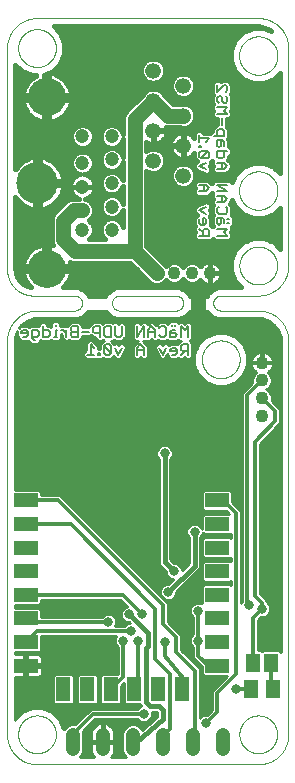
<source format=gbl>
G75*
%MOIN*%
%OFA0B0*%
%FSLAX25Y25*%
%IPPOS*%
%LPD*%
%AMOC8*
5,1,8,0,0,1.08239X$1,22.5*
%
%ADD10C,0.00000*%
%ADD11C,0.00600*%
%ADD12R,0.07874X0.04724*%
%ADD13R,0.04724X0.07874*%
%ADD14R,0.05118X0.05906*%
%ADD15R,0.04600X0.06300*%
%ADD16C,0.04800*%
%ADD17C,0.04331*%
%ADD18C,0.05250*%
%ADD19C,0.04724*%
%ADD20C,0.13843*%
%ADD21C,0.12661*%
%ADD22C,0.01000*%
%ADD23C,0.03169*%
%ADD24C,0.01600*%
%ADD25C,0.05000*%
%ADD26C,0.01200*%
D10*
X0028845Y0038800D02*
X0028845Y0170050D01*
X0028848Y0170292D01*
X0028857Y0170533D01*
X0028871Y0170774D01*
X0028892Y0171015D01*
X0028918Y0171255D01*
X0028950Y0171495D01*
X0028988Y0171734D01*
X0029031Y0171971D01*
X0029081Y0172208D01*
X0029136Y0172443D01*
X0029196Y0172677D01*
X0029263Y0172909D01*
X0029334Y0173140D01*
X0029412Y0173369D01*
X0029495Y0173596D01*
X0029583Y0173821D01*
X0029677Y0174044D01*
X0029776Y0174264D01*
X0029881Y0174482D01*
X0029990Y0174697D01*
X0030105Y0174910D01*
X0030225Y0175120D01*
X0030350Y0175326D01*
X0030480Y0175530D01*
X0030615Y0175731D01*
X0030755Y0175928D01*
X0030899Y0176122D01*
X0031048Y0176312D01*
X0031202Y0176498D01*
X0031360Y0176681D01*
X0031522Y0176860D01*
X0031689Y0177035D01*
X0031860Y0177206D01*
X0032035Y0177373D01*
X0032214Y0177535D01*
X0032397Y0177693D01*
X0032583Y0177847D01*
X0032773Y0177996D01*
X0032967Y0178140D01*
X0033164Y0178280D01*
X0033365Y0178415D01*
X0033569Y0178545D01*
X0033775Y0178670D01*
X0033985Y0178790D01*
X0034198Y0178905D01*
X0034413Y0179014D01*
X0034631Y0179119D01*
X0034851Y0179218D01*
X0035074Y0179312D01*
X0035299Y0179400D01*
X0035526Y0179483D01*
X0035755Y0179561D01*
X0035986Y0179632D01*
X0036218Y0179699D01*
X0036452Y0179759D01*
X0036687Y0179814D01*
X0036924Y0179864D01*
X0037161Y0179907D01*
X0037400Y0179945D01*
X0037640Y0179977D01*
X0037880Y0180003D01*
X0038121Y0180024D01*
X0038362Y0180038D01*
X0038603Y0180047D01*
X0038845Y0180050D01*
X0051345Y0180050D01*
X0053845Y0182550D02*
X0053843Y0182648D01*
X0053837Y0182746D01*
X0053828Y0182844D01*
X0053814Y0182941D01*
X0053797Y0183038D01*
X0053776Y0183134D01*
X0053751Y0183229D01*
X0053723Y0183323D01*
X0053690Y0183415D01*
X0053655Y0183507D01*
X0053615Y0183597D01*
X0053573Y0183685D01*
X0053526Y0183772D01*
X0053477Y0183856D01*
X0053424Y0183939D01*
X0053368Y0184019D01*
X0053308Y0184098D01*
X0053246Y0184174D01*
X0053181Y0184247D01*
X0053113Y0184318D01*
X0053042Y0184386D01*
X0052969Y0184451D01*
X0052893Y0184513D01*
X0052814Y0184573D01*
X0052734Y0184629D01*
X0052651Y0184682D01*
X0052567Y0184731D01*
X0052480Y0184778D01*
X0052392Y0184820D01*
X0052302Y0184860D01*
X0052210Y0184895D01*
X0052118Y0184928D01*
X0052024Y0184956D01*
X0051929Y0184981D01*
X0051833Y0185002D01*
X0051736Y0185019D01*
X0051639Y0185033D01*
X0051541Y0185042D01*
X0051443Y0185048D01*
X0051345Y0185050D01*
X0037595Y0185050D01*
X0037384Y0185053D01*
X0037172Y0185060D01*
X0036961Y0185073D01*
X0036751Y0185091D01*
X0036540Y0185114D01*
X0036331Y0185142D01*
X0036122Y0185175D01*
X0035914Y0185213D01*
X0035707Y0185256D01*
X0035501Y0185304D01*
X0035296Y0185357D01*
X0035093Y0185415D01*
X0034891Y0185478D01*
X0034691Y0185546D01*
X0034492Y0185619D01*
X0034295Y0185696D01*
X0034101Y0185778D01*
X0033908Y0185865D01*
X0033717Y0185956D01*
X0033529Y0186052D01*
X0033343Y0186153D01*
X0033159Y0186258D01*
X0032978Y0186367D01*
X0032800Y0186481D01*
X0032624Y0186599D01*
X0032452Y0186721D01*
X0032282Y0186847D01*
X0032116Y0186978D01*
X0031953Y0187112D01*
X0031793Y0187251D01*
X0031636Y0187393D01*
X0031483Y0187539D01*
X0031334Y0187688D01*
X0031188Y0187841D01*
X0031046Y0187998D01*
X0030907Y0188158D01*
X0030773Y0188321D01*
X0030642Y0188487D01*
X0030516Y0188657D01*
X0030394Y0188829D01*
X0030276Y0189005D01*
X0030162Y0189183D01*
X0030053Y0189364D01*
X0029948Y0189548D01*
X0029847Y0189734D01*
X0029751Y0189922D01*
X0029660Y0190113D01*
X0029573Y0190306D01*
X0029491Y0190500D01*
X0029414Y0190697D01*
X0029341Y0190896D01*
X0029273Y0191096D01*
X0029210Y0191298D01*
X0029152Y0191501D01*
X0029099Y0191706D01*
X0029051Y0191912D01*
X0029008Y0192119D01*
X0028970Y0192327D01*
X0028937Y0192536D01*
X0028909Y0192745D01*
X0028886Y0192956D01*
X0028868Y0193166D01*
X0028855Y0193377D01*
X0028848Y0193589D01*
X0028845Y0193800D01*
X0028845Y0267550D01*
X0028848Y0267792D01*
X0028857Y0268033D01*
X0028871Y0268274D01*
X0028892Y0268515D01*
X0028918Y0268755D01*
X0028950Y0268995D01*
X0028988Y0269234D01*
X0029031Y0269471D01*
X0029081Y0269708D01*
X0029136Y0269943D01*
X0029196Y0270177D01*
X0029263Y0270409D01*
X0029334Y0270640D01*
X0029412Y0270869D01*
X0029495Y0271096D01*
X0029583Y0271321D01*
X0029677Y0271544D01*
X0029776Y0271764D01*
X0029881Y0271982D01*
X0029990Y0272197D01*
X0030105Y0272410D01*
X0030225Y0272620D01*
X0030350Y0272826D01*
X0030480Y0273030D01*
X0030615Y0273231D01*
X0030755Y0273428D01*
X0030899Y0273622D01*
X0031048Y0273812D01*
X0031202Y0273998D01*
X0031360Y0274181D01*
X0031522Y0274360D01*
X0031689Y0274535D01*
X0031860Y0274706D01*
X0032035Y0274873D01*
X0032214Y0275035D01*
X0032397Y0275193D01*
X0032583Y0275347D01*
X0032773Y0275496D01*
X0032967Y0275640D01*
X0033164Y0275780D01*
X0033365Y0275915D01*
X0033569Y0276045D01*
X0033775Y0276170D01*
X0033985Y0276290D01*
X0034198Y0276405D01*
X0034413Y0276514D01*
X0034631Y0276619D01*
X0034851Y0276718D01*
X0035074Y0276812D01*
X0035299Y0276900D01*
X0035526Y0276983D01*
X0035755Y0277061D01*
X0035986Y0277132D01*
X0036218Y0277199D01*
X0036452Y0277259D01*
X0036687Y0277314D01*
X0036924Y0277364D01*
X0037161Y0277407D01*
X0037400Y0277445D01*
X0037640Y0277477D01*
X0037880Y0277503D01*
X0038121Y0277524D01*
X0038362Y0277538D01*
X0038603Y0277547D01*
X0038845Y0277550D01*
X0112595Y0277550D01*
X0112837Y0277547D01*
X0113078Y0277538D01*
X0113319Y0277524D01*
X0113560Y0277503D01*
X0113800Y0277477D01*
X0114040Y0277445D01*
X0114279Y0277407D01*
X0114516Y0277364D01*
X0114753Y0277314D01*
X0114988Y0277259D01*
X0115222Y0277199D01*
X0115454Y0277132D01*
X0115685Y0277061D01*
X0115914Y0276983D01*
X0116141Y0276900D01*
X0116366Y0276812D01*
X0116589Y0276718D01*
X0116809Y0276619D01*
X0117027Y0276514D01*
X0117242Y0276405D01*
X0117455Y0276290D01*
X0117665Y0276170D01*
X0117871Y0276045D01*
X0118075Y0275915D01*
X0118276Y0275780D01*
X0118473Y0275640D01*
X0118667Y0275496D01*
X0118857Y0275347D01*
X0119043Y0275193D01*
X0119226Y0275035D01*
X0119405Y0274873D01*
X0119580Y0274706D01*
X0119751Y0274535D01*
X0119918Y0274360D01*
X0120080Y0274181D01*
X0120238Y0273998D01*
X0120392Y0273812D01*
X0120541Y0273622D01*
X0120685Y0273428D01*
X0120825Y0273231D01*
X0120960Y0273030D01*
X0121090Y0272826D01*
X0121215Y0272620D01*
X0121335Y0272410D01*
X0121450Y0272197D01*
X0121559Y0271982D01*
X0121664Y0271764D01*
X0121763Y0271544D01*
X0121857Y0271321D01*
X0121945Y0271096D01*
X0122028Y0270869D01*
X0122106Y0270640D01*
X0122177Y0270409D01*
X0122244Y0270177D01*
X0122304Y0269943D01*
X0122359Y0269708D01*
X0122409Y0269471D01*
X0122452Y0269234D01*
X0122490Y0268995D01*
X0122522Y0268755D01*
X0122548Y0268515D01*
X0122569Y0268274D01*
X0122583Y0268033D01*
X0122592Y0267792D01*
X0122595Y0267550D01*
X0122595Y0195050D01*
X0122592Y0194808D01*
X0122583Y0194567D01*
X0122569Y0194326D01*
X0122548Y0194085D01*
X0122522Y0193845D01*
X0122490Y0193605D01*
X0122452Y0193366D01*
X0122409Y0193129D01*
X0122359Y0192892D01*
X0122304Y0192657D01*
X0122244Y0192423D01*
X0122177Y0192191D01*
X0122106Y0191960D01*
X0122028Y0191731D01*
X0121945Y0191504D01*
X0121857Y0191279D01*
X0121763Y0191056D01*
X0121664Y0190836D01*
X0121559Y0190618D01*
X0121450Y0190403D01*
X0121335Y0190190D01*
X0121215Y0189980D01*
X0121090Y0189774D01*
X0120960Y0189570D01*
X0120825Y0189369D01*
X0120685Y0189172D01*
X0120541Y0188978D01*
X0120392Y0188788D01*
X0120238Y0188602D01*
X0120080Y0188419D01*
X0119918Y0188240D01*
X0119751Y0188065D01*
X0119580Y0187894D01*
X0119405Y0187727D01*
X0119226Y0187565D01*
X0119043Y0187407D01*
X0118857Y0187253D01*
X0118667Y0187104D01*
X0118473Y0186960D01*
X0118276Y0186820D01*
X0118075Y0186685D01*
X0117871Y0186555D01*
X0117665Y0186430D01*
X0117455Y0186310D01*
X0117242Y0186195D01*
X0117027Y0186086D01*
X0116809Y0185981D01*
X0116589Y0185882D01*
X0116366Y0185788D01*
X0116141Y0185700D01*
X0115914Y0185617D01*
X0115685Y0185539D01*
X0115454Y0185468D01*
X0115222Y0185401D01*
X0114988Y0185341D01*
X0114753Y0185286D01*
X0114516Y0185236D01*
X0114279Y0185193D01*
X0114040Y0185155D01*
X0113800Y0185123D01*
X0113560Y0185097D01*
X0113319Y0185076D01*
X0113078Y0185062D01*
X0112837Y0185053D01*
X0112595Y0185050D01*
X0100095Y0185050D01*
X0099997Y0185048D01*
X0099899Y0185042D01*
X0099801Y0185033D01*
X0099704Y0185019D01*
X0099607Y0185002D01*
X0099511Y0184981D01*
X0099416Y0184956D01*
X0099322Y0184928D01*
X0099230Y0184895D01*
X0099138Y0184860D01*
X0099048Y0184820D01*
X0098960Y0184778D01*
X0098873Y0184731D01*
X0098789Y0184682D01*
X0098706Y0184629D01*
X0098626Y0184573D01*
X0098547Y0184513D01*
X0098471Y0184451D01*
X0098398Y0184386D01*
X0098327Y0184318D01*
X0098259Y0184247D01*
X0098194Y0184174D01*
X0098132Y0184098D01*
X0098072Y0184019D01*
X0098016Y0183939D01*
X0097963Y0183856D01*
X0097914Y0183772D01*
X0097867Y0183685D01*
X0097825Y0183597D01*
X0097785Y0183507D01*
X0097750Y0183415D01*
X0097717Y0183323D01*
X0097689Y0183229D01*
X0097664Y0183134D01*
X0097643Y0183038D01*
X0097626Y0182941D01*
X0097612Y0182844D01*
X0097603Y0182746D01*
X0097597Y0182648D01*
X0097595Y0182550D01*
X0097597Y0182452D01*
X0097603Y0182354D01*
X0097612Y0182256D01*
X0097626Y0182159D01*
X0097643Y0182062D01*
X0097664Y0181966D01*
X0097689Y0181871D01*
X0097717Y0181777D01*
X0097750Y0181685D01*
X0097785Y0181593D01*
X0097825Y0181503D01*
X0097867Y0181415D01*
X0097914Y0181328D01*
X0097963Y0181244D01*
X0098016Y0181161D01*
X0098072Y0181081D01*
X0098132Y0181002D01*
X0098194Y0180926D01*
X0098259Y0180853D01*
X0098327Y0180782D01*
X0098398Y0180714D01*
X0098471Y0180649D01*
X0098547Y0180587D01*
X0098626Y0180527D01*
X0098706Y0180471D01*
X0098789Y0180418D01*
X0098873Y0180369D01*
X0098960Y0180322D01*
X0099048Y0180280D01*
X0099138Y0180240D01*
X0099230Y0180205D01*
X0099322Y0180172D01*
X0099416Y0180144D01*
X0099511Y0180119D01*
X0099607Y0180098D01*
X0099704Y0180081D01*
X0099801Y0180067D01*
X0099899Y0180058D01*
X0099997Y0180052D01*
X0100095Y0180050D01*
X0112595Y0180050D01*
X0112837Y0180047D01*
X0113078Y0180038D01*
X0113319Y0180024D01*
X0113560Y0180003D01*
X0113800Y0179977D01*
X0114040Y0179945D01*
X0114279Y0179907D01*
X0114516Y0179864D01*
X0114753Y0179814D01*
X0114988Y0179759D01*
X0115222Y0179699D01*
X0115454Y0179632D01*
X0115685Y0179561D01*
X0115914Y0179483D01*
X0116141Y0179400D01*
X0116366Y0179312D01*
X0116589Y0179218D01*
X0116809Y0179119D01*
X0117027Y0179014D01*
X0117242Y0178905D01*
X0117455Y0178790D01*
X0117665Y0178670D01*
X0117871Y0178545D01*
X0118075Y0178415D01*
X0118276Y0178280D01*
X0118473Y0178140D01*
X0118667Y0177996D01*
X0118857Y0177847D01*
X0119043Y0177693D01*
X0119226Y0177535D01*
X0119405Y0177373D01*
X0119580Y0177206D01*
X0119751Y0177035D01*
X0119918Y0176860D01*
X0120080Y0176681D01*
X0120238Y0176498D01*
X0120392Y0176312D01*
X0120541Y0176122D01*
X0120685Y0175928D01*
X0120825Y0175731D01*
X0120960Y0175530D01*
X0121090Y0175326D01*
X0121215Y0175120D01*
X0121335Y0174910D01*
X0121450Y0174697D01*
X0121559Y0174482D01*
X0121664Y0174264D01*
X0121763Y0174044D01*
X0121857Y0173821D01*
X0121945Y0173596D01*
X0122028Y0173369D01*
X0122106Y0173140D01*
X0122177Y0172909D01*
X0122244Y0172677D01*
X0122304Y0172443D01*
X0122359Y0172208D01*
X0122409Y0171971D01*
X0122452Y0171734D01*
X0122490Y0171495D01*
X0122522Y0171255D01*
X0122548Y0171015D01*
X0122569Y0170774D01*
X0122583Y0170533D01*
X0122592Y0170292D01*
X0122595Y0170050D01*
X0122595Y0038800D01*
X0122592Y0038558D01*
X0122583Y0038317D01*
X0122569Y0038076D01*
X0122548Y0037835D01*
X0122522Y0037595D01*
X0122490Y0037355D01*
X0122452Y0037116D01*
X0122409Y0036879D01*
X0122359Y0036642D01*
X0122304Y0036407D01*
X0122244Y0036173D01*
X0122177Y0035941D01*
X0122106Y0035710D01*
X0122028Y0035481D01*
X0121945Y0035254D01*
X0121857Y0035029D01*
X0121763Y0034806D01*
X0121664Y0034586D01*
X0121559Y0034368D01*
X0121450Y0034153D01*
X0121335Y0033940D01*
X0121215Y0033730D01*
X0121090Y0033524D01*
X0120960Y0033320D01*
X0120825Y0033119D01*
X0120685Y0032922D01*
X0120541Y0032728D01*
X0120392Y0032538D01*
X0120238Y0032352D01*
X0120080Y0032169D01*
X0119918Y0031990D01*
X0119751Y0031815D01*
X0119580Y0031644D01*
X0119405Y0031477D01*
X0119226Y0031315D01*
X0119043Y0031157D01*
X0118857Y0031003D01*
X0118667Y0030854D01*
X0118473Y0030710D01*
X0118276Y0030570D01*
X0118075Y0030435D01*
X0117871Y0030305D01*
X0117665Y0030180D01*
X0117455Y0030060D01*
X0117242Y0029945D01*
X0117027Y0029836D01*
X0116809Y0029731D01*
X0116589Y0029632D01*
X0116366Y0029538D01*
X0116141Y0029450D01*
X0115914Y0029367D01*
X0115685Y0029289D01*
X0115454Y0029218D01*
X0115222Y0029151D01*
X0114988Y0029091D01*
X0114753Y0029036D01*
X0114516Y0028986D01*
X0114279Y0028943D01*
X0114040Y0028905D01*
X0113800Y0028873D01*
X0113560Y0028847D01*
X0113319Y0028826D01*
X0113078Y0028812D01*
X0112837Y0028803D01*
X0112595Y0028800D01*
X0038845Y0028800D01*
X0038603Y0028803D01*
X0038362Y0028812D01*
X0038121Y0028826D01*
X0037880Y0028847D01*
X0037640Y0028873D01*
X0037400Y0028905D01*
X0037161Y0028943D01*
X0036924Y0028986D01*
X0036687Y0029036D01*
X0036452Y0029091D01*
X0036218Y0029151D01*
X0035986Y0029218D01*
X0035755Y0029289D01*
X0035526Y0029367D01*
X0035299Y0029450D01*
X0035074Y0029538D01*
X0034851Y0029632D01*
X0034631Y0029731D01*
X0034413Y0029836D01*
X0034198Y0029945D01*
X0033985Y0030060D01*
X0033775Y0030180D01*
X0033569Y0030305D01*
X0033365Y0030435D01*
X0033164Y0030570D01*
X0032967Y0030710D01*
X0032773Y0030854D01*
X0032583Y0031003D01*
X0032397Y0031157D01*
X0032214Y0031315D01*
X0032035Y0031477D01*
X0031860Y0031644D01*
X0031689Y0031815D01*
X0031522Y0031990D01*
X0031360Y0032169D01*
X0031202Y0032352D01*
X0031048Y0032538D01*
X0030899Y0032728D01*
X0030755Y0032922D01*
X0030615Y0033119D01*
X0030480Y0033320D01*
X0030350Y0033524D01*
X0030225Y0033730D01*
X0030105Y0033940D01*
X0029990Y0034153D01*
X0029881Y0034368D01*
X0029776Y0034586D01*
X0029677Y0034806D01*
X0029583Y0035029D01*
X0029495Y0035254D01*
X0029412Y0035481D01*
X0029334Y0035710D01*
X0029263Y0035941D01*
X0029196Y0036173D01*
X0029136Y0036407D01*
X0029081Y0036642D01*
X0029031Y0036879D01*
X0028988Y0037116D01*
X0028950Y0037355D01*
X0028918Y0037595D01*
X0028892Y0037835D01*
X0028871Y0038076D01*
X0028857Y0038317D01*
X0028848Y0038558D01*
X0028845Y0038800D01*
X0032546Y0038800D02*
X0032548Y0038958D01*
X0032554Y0039116D01*
X0032564Y0039274D01*
X0032578Y0039432D01*
X0032596Y0039589D01*
X0032617Y0039746D01*
X0032643Y0039902D01*
X0032673Y0040058D01*
X0032706Y0040213D01*
X0032744Y0040366D01*
X0032785Y0040519D01*
X0032830Y0040671D01*
X0032879Y0040822D01*
X0032932Y0040971D01*
X0032988Y0041119D01*
X0033048Y0041265D01*
X0033112Y0041410D01*
X0033180Y0041553D01*
X0033251Y0041695D01*
X0033325Y0041835D01*
X0033403Y0041972D01*
X0033485Y0042108D01*
X0033569Y0042242D01*
X0033658Y0042373D01*
X0033749Y0042502D01*
X0033844Y0042629D01*
X0033941Y0042754D01*
X0034042Y0042876D01*
X0034146Y0042995D01*
X0034253Y0043112D01*
X0034363Y0043226D01*
X0034476Y0043337D01*
X0034591Y0043446D01*
X0034709Y0043551D01*
X0034830Y0043653D01*
X0034953Y0043753D01*
X0035079Y0043849D01*
X0035207Y0043942D01*
X0035337Y0044032D01*
X0035470Y0044118D01*
X0035605Y0044202D01*
X0035741Y0044281D01*
X0035880Y0044358D01*
X0036021Y0044430D01*
X0036163Y0044500D01*
X0036307Y0044565D01*
X0036453Y0044627D01*
X0036600Y0044685D01*
X0036749Y0044740D01*
X0036899Y0044791D01*
X0037050Y0044838D01*
X0037202Y0044881D01*
X0037355Y0044920D01*
X0037510Y0044956D01*
X0037665Y0044987D01*
X0037821Y0045015D01*
X0037977Y0045039D01*
X0038134Y0045059D01*
X0038292Y0045075D01*
X0038449Y0045087D01*
X0038608Y0045095D01*
X0038766Y0045099D01*
X0038924Y0045099D01*
X0039082Y0045095D01*
X0039241Y0045087D01*
X0039398Y0045075D01*
X0039556Y0045059D01*
X0039713Y0045039D01*
X0039869Y0045015D01*
X0040025Y0044987D01*
X0040180Y0044956D01*
X0040335Y0044920D01*
X0040488Y0044881D01*
X0040640Y0044838D01*
X0040791Y0044791D01*
X0040941Y0044740D01*
X0041090Y0044685D01*
X0041237Y0044627D01*
X0041383Y0044565D01*
X0041527Y0044500D01*
X0041669Y0044430D01*
X0041810Y0044358D01*
X0041949Y0044281D01*
X0042085Y0044202D01*
X0042220Y0044118D01*
X0042353Y0044032D01*
X0042483Y0043942D01*
X0042611Y0043849D01*
X0042737Y0043753D01*
X0042860Y0043653D01*
X0042981Y0043551D01*
X0043099Y0043446D01*
X0043214Y0043337D01*
X0043327Y0043226D01*
X0043437Y0043112D01*
X0043544Y0042995D01*
X0043648Y0042876D01*
X0043749Y0042754D01*
X0043846Y0042629D01*
X0043941Y0042502D01*
X0044032Y0042373D01*
X0044121Y0042242D01*
X0044205Y0042108D01*
X0044287Y0041972D01*
X0044365Y0041835D01*
X0044439Y0041695D01*
X0044510Y0041553D01*
X0044578Y0041410D01*
X0044642Y0041265D01*
X0044702Y0041119D01*
X0044758Y0040971D01*
X0044811Y0040822D01*
X0044860Y0040671D01*
X0044905Y0040519D01*
X0044946Y0040366D01*
X0044984Y0040213D01*
X0045017Y0040058D01*
X0045047Y0039902D01*
X0045073Y0039746D01*
X0045094Y0039589D01*
X0045112Y0039432D01*
X0045126Y0039274D01*
X0045136Y0039116D01*
X0045142Y0038958D01*
X0045144Y0038800D01*
X0045142Y0038642D01*
X0045136Y0038484D01*
X0045126Y0038326D01*
X0045112Y0038168D01*
X0045094Y0038011D01*
X0045073Y0037854D01*
X0045047Y0037698D01*
X0045017Y0037542D01*
X0044984Y0037387D01*
X0044946Y0037234D01*
X0044905Y0037081D01*
X0044860Y0036929D01*
X0044811Y0036778D01*
X0044758Y0036629D01*
X0044702Y0036481D01*
X0044642Y0036335D01*
X0044578Y0036190D01*
X0044510Y0036047D01*
X0044439Y0035905D01*
X0044365Y0035765D01*
X0044287Y0035628D01*
X0044205Y0035492D01*
X0044121Y0035358D01*
X0044032Y0035227D01*
X0043941Y0035098D01*
X0043846Y0034971D01*
X0043749Y0034846D01*
X0043648Y0034724D01*
X0043544Y0034605D01*
X0043437Y0034488D01*
X0043327Y0034374D01*
X0043214Y0034263D01*
X0043099Y0034154D01*
X0042981Y0034049D01*
X0042860Y0033947D01*
X0042737Y0033847D01*
X0042611Y0033751D01*
X0042483Y0033658D01*
X0042353Y0033568D01*
X0042220Y0033482D01*
X0042085Y0033398D01*
X0041949Y0033319D01*
X0041810Y0033242D01*
X0041669Y0033170D01*
X0041527Y0033100D01*
X0041383Y0033035D01*
X0041237Y0032973D01*
X0041090Y0032915D01*
X0040941Y0032860D01*
X0040791Y0032809D01*
X0040640Y0032762D01*
X0040488Y0032719D01*
X0040335Y0032680D01*
X0040180Y0032644D01*
X0040025Y0032613D01*
X0039869Y0032585D01*
X0039713Y0032561D01*
X0039556Y0032541D01*
X0039398Y0032525D01*
X0039241Y0032513D01*
X0039082Y0032505D01*
X0038924Y0032501D01*
X0038766Y0032501D01*
X0038608Y0032505D01*
X0038449Y0032513D01*
X0038292Y0032525D01*
X0038134Y0032541D01*
X0037977Y0032561D01*
X0037821Y0032585D01*
X0037665Y0032613D01*
X0037510Y0032644D01*
X0037355Y0032680D01*
X0037202Y0032719D01*
X0037050Y0032762D01*
X0036899Y0032809D01*
X0036749Y0032860D01*
X0036600Y0032915D01*
X0036453Y0032973D01*
X0036307Y0033035D01*
X0036163Y0033100D01*
X0036021Y0033170D01*
X0035880Y0033242D01*
X0035741Y0033319D01*
X0035605Y0033398D01*
X0035470Y0033482D01*
X0035337Y0033568D01*
X0035207Y0033658D01*
X0035079Y0033751D01*
X0034953Y0033847D01*
X0034830Y0033947D01*
X0034709Y0034049D01*
X0034591Y0034154D01*
X0034476Y0034263D01*
X0034363Y0034374D01*
X0034253Y0034488D01*
X0034146Y0034605D01*
X0034042Y0034724D01*
X0033941Y0034846D01*
X0033844Y0034971D01*
X0033749Y0035098D01*
X0033658Y0035227D01*
X0033569Y0035358D01*
X0033485Y0035492D01*
X0033403Y0035628D01*
X0033325Y0035765D01*
X0033251Y0035905D01*
X0033180Y0036047D01*
X0033112Y0036190D01*
X0033048Y0036335D01*
X0032988Y0036481D01*
X0032932Y0036629D01*
X0032879Y0036778D01*
X0032830Y0036929D01*
X0032785Y0037081D01*
X0032744Y0037234D01*
X0032706Y0037387D01*
X0032673Y0037542D01*
X0032643Y0037698D01*
X0032617Y0037854D01*
X0032596Y0038011D01*
X0032578Y0038168D01*
X0032564Y0038326D01*
X0032554Y0038484D01*
X0032548Y0038642D01*
X0032546Y0038800D01*
X0093796Y0163800D02*
X0093798Y0163958D01*
X0093804Y0164116D01*
X0093814Y0164274D01*
X0093828Y0164432D01*
X0093846Y0164589D01*
X0093867Y0164746D01*
X0093893Y0164902D01*
X0093923Y0165058D01*
X0093956Y0165213D01*
X0093994Y0165366D01*
X0094035Y0165519D01*
X0094080Y0165671D01*
X0094129Y0165822D01*
X0094182Y0165971D01*
X0094238Y0166119D01*
X0094298Y0166265D01*
X0094362Y0166410D01*
X0094430Y0166553D01*
X0094501Y0166695D01*
X0094575Y0166835D01*
X0094653Y0166972D01*
X0094735Y0167108D01*
X0094819Y0167242D01*
X0094908Y0167373D01*
X0094999Y0167502D01*
X0095094Y0167629D01*
X0095191Y0167754D01*
X0095292Y0167876D01*
X0095396Y0167995D01*
X0095503Y0168112D01*
X0095613Y0168226D01*
X0095726Y0168337D01*
X0095841Y0168446D01*
X0095959Y0168551D01*
X0096080Y0168653D01*
X0096203Y0168753D01*
X0096329Y0168849D01*
X0096457Y0168942D01*
X0096587Y0169032D01*
X0096720Y0169118D01*
X0096855Y0169202D01*
X0096991Y0169281D01*
X0097130Y0169358D01*
X0097271Y0169430D01*
X0097413Y0169500D01*
X0097557Y0169565D01*
X0097703Y0169627D01*
X0097850Y0169685D01*
X0097999Y0169740D01*
X0098149Y0169791D01*
X0098300Y0169838D01*
X0098452Y0169881D01*
X0098605Y0169920D01*
X0098760Y0169956D01*
X0098915Y0169987D01*
X0099071Y0170015D01*
X0099227Y0170039D01*
X0099384Y0170059D01*
X0099542Y0170075D01*
X0099699Y0170087D01*
X0099858Y0170095D01*
X0100016Y0170099D01*
X0100174Y0170099D01*
X0100332Y0170095D01*
X0100491Y0170087D01*
X0100648Y0170075D01*
X0100806Y0170059D01*
X0100963Y0170039D01*
X0101119Y0170015D01*
X0101275Y0169987D01*
X0101430Y0169956D01*
X0101585Y0169920D01*
X0101738Y0169881D01*
X0101890Y0169838D01*
X0102041Y0169791D01*
X0102191Y0169740D01*
X0102340Y0169685D01*
X0102487Y0169627D01*
X0102633Y0169565D01*
X0102777Y0169500D01*
X0102919Y0169430D01*
X0103060Y0169358D01*
X0103199Y0169281D01*
X0103335Y0169202D01*
X0103470Y0169118D01*
X0103603Y0169032D01*
X0103733Y0168942D01*
X0103861Y0168849D01*
X0103987Y0168753D01*
X0104110Y0168653D01*
X0104231Y0168551D01*
X0104349Y0168446D01*
X0104464Y0168337D01*
X0104577Y0168226D01*
X0104687Y0168112D01*
X0104794Y0167995D01*
X0104898Y0167876D01*
X0104999Y0167754D01*
X0105096Y0167629D01*
X0105191Y0167502D01*
X0105282Y0167373D01*
X0105371Y0167242D01*
X0105455Y0167108D01*
X0105537Y0166972D01*
X0105615Y0166835D01*
X0105689Y0166695D01*
X0105760Y0166553D01*
X0105828Y0166410D01*
X0105892Y0166265D01*
X0105952Y0166119D01*
X0106008Y0165971D01*
X0106061Y0165822D01*
X0106110Y0165671D01*
X0106155Y0165519D01*
X0106196Y0165366D01*
X0106234Y0165213D01*
X0106267Y0165058D01*
X0106297Y0164902D01*
X0106323Y0164746D01*
X0106344Y0164589D01*
X0106362Y0164432D01*
X0106376Y0164274D01*
X0106386Y0164116D01*
X0106392Y0163958D01*
X0106394Y0163800D01*
X0106392Y0163642D01*
X0106386Y0163484D01*
X0106376Y0163326D01*
X0106362Y0163168D01*
X0106344Y0163011D01*
X0106323Y0162854D01*
X0106297Y0162698D01*
X0106267Y0162542D01*
X0106234Y0162387D01*
X0106196Y0162234D01*
X0106155Y0162081D01*
X0106110Y0161929D01*
X0106061Y0161778D01*
X0106008Y0161629D01*
X0105952Y0161481D01*
X0105892Y0161335D01*
X0105828Y0161190D01*
X0105760Y0161047D01*
X0105689Y0160905D01*
X0105615Y0160765D01*
X0105537Y0160628D01*
X0105455Y0160492D01*
X0105371Y0160358D01*
X0105282Y0160227D01*
X0105191Y0160098D01*
X0105096Y0159971D01*
X0104999Y0159846D01*
X0104898Y0159724D01*
X0104794Y0159605D01*
X0104687Y0159488D01*
X0104577Y0159374D01*
X0104464Y0159263D01*
X0104349Y0159154D01*
X0104231Y0159049D01*
X0104110Y0158947D01*
X0103987Y0158847D01*
X0103861Y0158751D01*
X0103733Y0158658D01*
X0103603Y0158568D01*
X0103470Y0158482D01*
X0103335Y0158398D01*
X0103199Y0158319D01*
X0103060Y0158242D01*
X0102919Y0158170D01*
X0102777Y0158100D01*
X0102633Y0158035D01*
X0102487Y0157973D01*
X0102340Y0157915D01*
X0102191Y0157860D01*
X0102041Y0157809D01*
X0101890Y0157762D01*
X0101738Y0157719D01*
X0101585Y0157680D01*
X0101430Y0157644D01*
X0101275Y0157613D01*
X0101119Y0157585D01*
X0100963Y0157561D01*
X0100806Y0157541D01*
X0100648Y0157525D01*
X0100491Y0157513D01*
X0100332Y0157505D01*
X0100174Y0157501D01*
X0100016Y0157501D01*
X0099858Y0157505D01*
X0099699Y0157513D01*
X0099542Y0157525D01*
X0099384Y0157541D01*
X0099227Y0157561D01*
X0099071Y0157585D01*
X0098915Y0157613D01*
X0098760Y0157644D01*
X0098605Y0157680D01*
X0098452Y0157719D01*
X0098300Y0157762D01*
X0098149Y0157809D01*
X0097999Y0157860D01*
X0097850Y0157915D01*
X0097703Y0157973D01*
X0097557Y0158035D01*
X0097413Y0158100D01*
X0097271Y0158170D01*
X0097130Y0158242D01*
X0096991Y0158319D01*
X0096855Y0158398D01*
X0096720Y0158482D01*
X0096587Y0158568D01*
X0096457Y0158658D01*
X0096329Y0158751D01*
X0096203Y0158847D01*
X0096080Y0158947D01*
X0095959Y0159049D01*
X0095841Y0159154D01*
X0095726Y0159263D01*
X0095613Y0159374D01*
X0095503Y0159488D01*
X0095396Y0159605D01*
X0095292Y0159724D01*
X0095191Y0159846D01*
X0095094Y0159971D01*
X0094999Y0160098D01*
X0094908Y0160227D01*
X0094819Y0160358D01*
X0094735Y0160492D01*
X0094653Y0160628D01*
X0094575Y0160765D01*
X0094501Y0160905D01*
X0094430Y0161047D01*
X0094362Y0161190D01*
X0094298Y0161335D01*
X0094238Y0161481D01*
X0094182Y0161629D01*
X0094129Y0161778D01*
X0094080Y0161929D01*
X0094035Y0162081D01*
X0093994Y0162234D01*
X0093956Y0162387D01*
X0093923Y0162542D01*
X0093893Y0162698D01*
X0093867Y0162854D01*
X0093846Y0163011D01*
X0093828Y0163168D01*
X0093814Y0163326D01*
X0093804Y0163484D01*
X0093798Y0163642D01*
X0093796Y0163800D01*
X0085095Y0180050D02*
X0066345Y0180050D01*
X0066247Y0180052D01*
X0066149Y0180058D01*
X0066051Y0180067D01*
X0065954Y0180081D01*
X0065857Y0180098D01*
X0065761Y0180119D01*
X0065666Y0180144D01*
X0065572Y0180172D01*
X0065480Y0180205D01*
X0065388Y0180240D01*
X0065298Y0180280D01*
X0065210Y0180322D01*
X0065123Y0180369D01*
X0065039Y0180418D01*
X0064956Y0180471D01*
X0064876Y0180527D01*
X0064797Y0180587D01*
X0064721Y0180649D01*
X0064648Y0180714D01*
X0064577Y0180782D01*
X0064509Y0180853D01*
X0064444Y0180926D01*
X0064382Y0181002D01*
X0064322Y0181081D01*
X0064266Y0181161D01*
X0064213Y0181244D01*
X0064164Y0181328D01*
X0064117Y0181415D01*
X0064075Y0181503D01*
X0064035Y0181593D01*
X0064000Y0181685D01*
X0063967Y0181777D01*
X0063939Y0181871D01*
X0063914Y0181966D01*
X0063893Y0182062D01*
X0063876Y0182159D01*
X0063862Y0182256D01*
X0063853Y0182354D01*
X0063847Y0182452D01*
X0063845Y0182550D01*
X0063847Y0182648D01*
X0063853Y0182746D01*
X0063862Y0182844D01*
X0063876Y0182941D01*
X0063893Y0183038D01*
X0063914Y0183134D01*
X0063939Y0183229D01*
X0063967Y0183323D01*
X0064000Y0183415D01*
X0064035Y0183507D01*
X0064075Y0183597D01*
X0064117Y0183685D01*
X0064164Y0183772D01*
X0064213Y0183856D01*
X0064266Y0183939D01*
X0064322Y0184019D01*
X0064382Y0184098D01*
X0064444Y0184174D01*
X0064509Y0184247D01*
X0064577Y0184318D01*
X0064648Y0184386D01*
X0064721Y0184451D01*
X0064797Y0184513D01*
X0064876Y0184573D01*
X0064956Y0184629D01*
X0065039Y0184682D01*
X0065123Y0184731D01*
X0065210Y0184778D01*
X0065298Y0184820D01*
X0065388Y0184860D01*
X0065480Y0184895D01*
X0065572Y0184928D01*
X0065666Y0184956D01*
X0065761Y0184981D01*
X0065857Y0185002D01*
X0065954Y0185019D01*
X0066051Y0185033D01*
X0066149Y0185042D01*
X0066247Y0185048D01*
X0066345Y0185050D01*
X0085095Y0185050D01*
X0085193Y0185048D01*
X0085291Y0185042D01*
X0085389Y0185033D01*
X0085486Y0185019D01*
X0085583Y0185002D01*
X0085679Y0184981D01*
X0085774Y0184956D01*
X0085868Y0184928D01*
X0085960Y0184895D01*
X0086052Y0184860D01*
X0086142Y0184820D01*
X0086230Y0184778D01*
X0086317Y0184731D01*
X0086401Y0184682D01*
X0086484Y0184629D01*
X0086564Y0184573D01*
X0086643Y0184513D01*
X0086719Y0184451D01*
X0086792Y0184386D01*
X0086863Y0184318D01*
X0086931Y0184247D01*
X0086996Y0184174D01*
X0087058Y0184098D01*
X0087118Y0184019D01*
X0087174Y0183939D01*
X0087227Y0183856D01*
X0087276Y0183772D01*
X0087323Y0183685D01*
X0087365Y0183597D01*
X0087405Y0183507D01*
X0087440Y0183415D01*
X0087473Y0183323D01*
X0087501Y0183229D01*
X0087526Y0183134D01*
X0087547Y0183038D01*
X0087564Y0182941D01*
X0087578Y0182844D01*
X0087587Y0182746D01*
X0087593Y0182648D01*
X0087595Y0182550D01*
X0087593Y0182452D01*
X0087587Y0182354D01*
X0087578Y0182256D01*
X0087564Y0182159D01*
X0087547Y0182062D01*
X0087526Y0181966D01*
X0087501Y0181871D01*
X0087473Y0181777D01*
X0087440Y0181685D01*
X0087405Y0181593D01*
X0087365Y0181503D01*
X0087323Y0181415D01*
X0087276Y0181328D01*
X0087227Y0181244D01*
X0087174Y0181161D01*
X0087118Y0181081D01*
X0087058Y0181002D01*
X0086996Y0180926D01*
X0086931Y0180853D01*
X0086863Y0180782D01*
X0086792Y0180714D01*
X0086719Y0180649D01*
X0086643Y0180587D01*
X0086564Y0180527D01*
X0086484Y0180471D01*
X0086401Y0180418D01*
X0086317Y0180369D01*
X0086230Y0180322D01*
X0086142Y0180280D01*
X0086052Y0180240D01*
X0085960Y0180205D01*
X0085868Y0180172D01*
X0085774Y0180144D01*
X0085679Y0180119D01*
X0085583Y0180098D01*
X0085486Y0180081D01*
X0085389Y0180067D01*
X0085291Y0180058D01*
X0085193Y0180052D01*
X0085095Y0180050D01*
X0106296Y0195050D02*
X0106298Y0195208D01*
X0106304Y0195366D01*
X0106314Y0195524D01*
X0106328Y0195682D01*
X0106346Y0195839D01*
X0106367Y0195996D01*
X0106393Y0196152D01*
X0106423Y0196308D01*
X0106456Y0196463D01*
X0106494Y0196616D01*
X0106535Y0196769D01*
X0106580Y0196921D01*
X0106629Y0197072D01*
X0106682Y0197221D01*
X0106738Y0197369D01*
X0106798Y0197515D01*
X0106862Y0197660D01*
X0106930Y0197803D01*
X0107001Y0197945D01*
X0107075Y0198085D01*
X0107153Y0198222D01*
X0107235Y0198358D01*
X0107319Y0198492D01*
X0107408Y0198623D01*
X0107499Y0198752D01*
X0107594Y0198879D01*
X0107691Y0199004D01*
X0107792Y0199126D01*
X0107896Y0199245D01*
X0108003Y0199362D01*
X0108113Y0199476D01*
X0108226Y0199587D01*
X0108341Y0199696D01*
X0108459Y0199801D01*
X0108580Y0199903D01*
X0108703Y0200003D01*
X0108829Y0200099D01*
X0108957Y0200192D01*
X0109087Y0200282D01*
X0109220Y0200368D01*
X0109355Y0200452D01*
X0109491Y0200531D01*
X0109630Y0200608D01*
X0109771Y0200680D01*
X0109913Y0200750D01*
X0110057Y0200815D01*
X0110203Y0200877D01*
X0110350Y0200935D01*
X0110499Y0200990D01*
X0110649Y0201041D01*
X0110800Y0201088D01*
X0110952Y0201131D01*
X0111105Y0201170D01*
X0111260Y0201206D01*
X0111415Y0201237D01*
X0111571Y0201265D01*
X0111727Y0201289D01*
X0111884Y0201309D01*
X0112042Y0201325D01*
X0112199Y0201337D01*
X0112358Y0201345D01*
X0112516Y0201349D01*
X0112674Y0201349D01*
X0112832Y0201345D01*
X0112991Y0201337D01*
X0113148Y0201325D01*
X0113306Y0201309D01*
X0113463Y0201289D01*
X0113619Y0201265D01*
X0113775Y0201237D01*
X0113930Y0201206D01*
X0114085Y0201170D01*
X0114238Y0201131D01*
X0114390Y0201088D01*
X0114541Y0201041D01*
X0114691Y0200990D01*
X0114840Y0200935D01*
X0114987Y0200877D01*
X0115133Y0200815D01*
X0115277Y0200750D01*
X0115419Y0200680D01*
X0115560Y0200608D01*
X0115699Y0200531D01*
X0115835Y0200452D01*
X0115970Y0200368D01*
X0116103Y0200282D01*
X0116233Y0200192D01*
X0116361Y0200099D01*
X0116487Y0200003D01*
X0116610Y0199903D01*
X0116731Y0199801D01*
X0116849Y0199696D01*
X0116964Y0199587D01*
X0117077Y0199476D01*
X0117187Y0199362D01*
X0117294Y0199245D01*
X0117398Y0199126D01*
X0117499Y0199004D01*
X0117596Y0198879D01*
X0117691Y0198752D01*
X0117782Y0198623D01*
X0117871Y0198492D01*
X0117955Y0198358D01*
X0118037Y0198222D01*
X0118115Y0198085D01*
X0118189Y0197945D01*
X0118260Y0197803D01*
X0118328Y0197660D01*
X0118392Y0197515D01*
X0118452Y0197369D01*
X0118508Y0197221D01*
X0118561Y0197072D01*
X0118610Y0196921D01*
X0118655Y0196769D01*
X0118696Y0196616D01*
X0118734Y0196463D01*
X0118767Y0196308D01*
X0118797Y0196152D01*
X0118823Y0195996D01*
X0118844Y0195839D01*
X0118862Y0195682D01*
X0118876Y0195524D01*
X0118886Y0195366D01*
X0118892Y0195208D01*
X0118894Y0195050D01*
X0118892Y0194892D01*
X0118886Y0194734D01*
X0118876Y0194576D01*
X0118862Y0194418D01*
X0118844Y0194261D01*
X0118823Y0194104D01*
X0118797Y0193948D01*
X0118767Y0193792D01*
X0118734Y0193637D01*
X0118696Y0193484D01*
X0118655Y0193331D01*
X0118610Y0193179D01*
X0118561Y0193028D01*
X0118508Y0192879D01*
X0118452Y0192731D01*
X0118392Y0192585D01*
X0118328Y0192440D01*
X0118260Y0192297D01*
X0118189Y0192155D01*
X0118115Y0192015D01*
X0118037Y0191878D01*
X0117955Y0191742D01*
X0117871Y0191608D01*
X0117782Y0191477D01*
X0117691Y0191348D01*
X0117596Y0191221D01*
X0117499Y0191096D01*
X0117398Y0190974D01*
X0117294Y0190855D01*
X0117187Y0190738D01*
X0117077Y0190624D01*
X0116964Y0190513D01*
X0116849Y0190404D01*
X0116731Y0190299D01*
X0116610Y0190197D01*
X0116487Y0190097D01*
X0116361Y0190001D01*
X0116233Y0189908D01*
X0116103Y0189818D01*
X0115970Y0189732D01*
X0115835Y0189648D01*
X0115699Y0189569D01*
X0115560Y0189492D01*
X0115419Y0189420D01*
X0115277Y0189350D01*
X0115133Y0189285D01*
X0114987Y0189223D01*
X0114840Y0189165D01*
X0114691Y0189110D01*
X0114541Y0189059D01*
X0114390Y0189012D01*
X0114238Y0188969D01*
X0114085Y0188930D01*
X0113930Y0188894D01*
X0113775Y0188863D01*
X0113619Y0188835D01*
X0113463Y0188811D01*
X0113306Y0188791D01*
X0113148Y0188775D01*
X0112991Y0188763D01*
X0112832Y0188755D01*
X0112674Y0188751D01*
X0112516Y0188751D01*
X0112358Y0188755D01*
X0112199Y0188763D01*
X0112042Y0188775D01*
X0111884Y0188791D01*
X0111727Y0188811D01*
X0111571Y0188835D01*
X0111415Y0188863D01*
X0111260Y0188894D01*
X0111105Y0188930D01*
X0110952Y0188969D01*
X0110800Y0189012D01*
X0110649Y0189059D01*
X0110499Y0189110D01*
X0110350Y0189165D01*
X0110203Y0189223D01*
X0110057Y0189285D01*
X0109913Y0189350D01*
X0109771Y0189420D01*
X0109630Y0189492D01*
X0109491Y0189569D01*
X0109355Y0189648D01*
X0109220Y0189732D01*
X0109087Y0189818D01*
X0108957Y0189908D01*
X0108829Y0190001D01*
X0108703Y0190097D01*
X0108580Y0190197D01*
X0108459Y0190299D01*
X0108341Y0190404D01*
X0108226Y0190513D01*
X0108113Y0190624D01*
X0108003Y0190738D01*
X0107896Y0190855D01*
X0107792Y0190974D01*
X0107691Y0191096D01*
X0107594Y0191221D01*
X0107499Y0191348D01*
X0107408Y0191477D01*
X0107319Y0191608D01*
X0107235Y0191742D01*
X0107153Y0191878D01*
X0107075Y0192015D01*
X0107001Y0192155D01*
X0106930Y0192297D01*
X0106862Y0192440D01*
X0106798Y0192585D01*
X0106738Y0192731D01*
X0106682Y0192879D01*
X0106629Y0193028D01*
X0106580Y0193179D01*
X0106535Y0193331D01*
X0106494Y0193484D01*
X0106456Y0193637D01*
X0106423Y0193792D01*
X0106393Y0193948D01*
X0106367Y0194104D01*
X0106346Y0194261D01*
X0106328Y0194418D01*
X0106314Y0194576D01*
X0106304Y0194734D01*
X0106298Y0194892D01*
X0106296Y0195050D01*
X0106195Y0220050D02*
X0106197Y0220210D01*
X0106203Y0220369D01*
X0106213Y0220528D01*
X0106227Y0220687D01*
X0106245Y0220846D01*
X0106266Y0221004D01*
X0106292Y0221161D01*
X0106322Y0221318D01*
X0106355Y0221474D01*
X0106393Y0221629D01*
X0106434Y0221783D01*
X0106479Y0221936D01*
X0106528Y0222088D01*
X0106581Y0222239D01*
X0106637Y0222388D01*
X0106698Y0222536D01*
X0106761Y0222682D01*
X0106829Y0222827D01*
X0106900Y0222970D01*
X0106974Y0223111D01*
X0107052Y0223250D01*
X0107134Y0223387D01*
X0107219Y0223522D01*
X0107307Y0223655D01*
X0107399Y0223786D01*
X0107493Y0223914D01*
X0107591Y0224040D01*
X0107692Y0224164D01*
X0107796Y0224285D01*
X0107903Y0224403D01*
X0108013Y0224519D01*
X0108126Y0224632D01*
X0108242Y0224742D01*
X0108360Y0224849D01*
X0108481Y0224953D01*
X0108605Y0225054D01*
X0108731Y0225152D01*
X0108859Y0225246D01*
X0108990Y0225338D01*
X0109123Y0225426D01*
X0109258Y0225511D01*
X0109395Y0225593D01*
X0109534Y0225671D01*
X0109675Y0225745D01*
X0109818Y0225816D01*
X0109963Y0225884D01*
X0110109Y0225947D01*
X0110257Y0226008D01*
X0110406Y0226064D01*
X0110557Y0226117D01*
X0110709Y0226166D01*
X0110862Y0226211D01*
X0111016Y0226252D01*
X0111171Y0226290D01*
X0111327Y0226323D01*
X0111484Y0226353D01*
X0111641Y0226379D01*
X0111799Y0226400D01*
X0111958Y0226418D01*
X0112117Y0226432D01*
X0112276Y0226442D01*
X0112435Y0226448D01*
X0112595Y0226450D01*
X0112755Y0226448D01*
X0112914Y0226442D01*
X0113073Y0226432D01*
X0113232Y0226418D01*
X0113391Y0226400D01*
X0113549Y0226379D01*
X0113706Y0226353D01*
X0113863Y0226323D01*
X0114019Y0226290D01*
X0114174Y0226252D01*
X0114328Y0226211D01*
X0114481Y0226166D01*
X0114633Y0226117D01*
X0114784Y0226064D01*
X0114933Y0226008D01*
X0115081Y0225947D01*
X0115227Y0225884D01*
X0115372Y0225816D01*
X0115515Y0225745D01*
X0115656Y0225671D01*
X0115795Y0225593D01*
X0115932Y0225511D01*
X0116067Y0225426D01*
X0116200Y0225338D01*
X0116331Y0225246D01*
X0116459Y0225152D01*
X0116585Y0225054D01*
X0116709Y0224953D01*
X0116830Y0224849D01*
X0116948Y0224742D01*
X0117064Y0224632D01*
X0117177Y0224519D01*
X0117287Y0224403D01*
X0117394Y0224285D01*
X0117498Y0224164D01*
X0117599Y0224040D01*
X0117697Y0223914D01*
X0117791Y0223786D01*
X0117883Y0223655D01*
X0117971Y0223522D01*
X0118056Y0223387D01*
X0118138Y0223250D01*
X0118216Y0223111D01*
X0118290Y0222970D01*
X0118361Y0222827D01*
X0118429Y0222682D01*
X0118492Y0222536D01*
X0118553Y0222388D01*
X0118609Y0222239D01*
X0118662Y0222088D01*
X0118711Y0221936D01*
X0118756Y0221783D01*
X0118797Y0221629D01*
X0118835Y0221474D01*
X0118868Y0221318D01*
X0118898Y0221161D01*
X0118924Y0221004D01*
X0118945Y0220846D01*
X0118963Y0220687D01*
X0118977Y0220528D01*
X0118987Y0220369D01*
X0118993Y0220210D01*
X0118995Y0220050D01*
X0118993Y0219890D01*
X0118987Y0219731D01*
X0118977Y0219572D01*
X0118963Y0219413D01*
X0118945Y0219254D01*
X0118924Y0219096D01*
X0118898Y0218939D01*
X0118868Y0218782D01*
X0118835Y0218626D01*
X0118797Y0218471D01*
X0118756Y0218317D01*
X0118711Y0218164D01*
X0118662Y0218012D01*
X0118609Y0217861D01*
X0118553Y0217712D01*
X0118492Y0217564D01*
X0118429Y0217418D01*
X0118361Y0217273D01*
X0118290Y0217130D01*
X0118216Y0216989D01*
X0118138Y0216850D01*
X0118056Y0216713D01*
X0117971Y0216578D01*
X0117883Y0216445D01*
X0117791Y0216314D01*
X0117697Y0216186D01*
X0117599Y0216060D01*
X0117498Y0215936D01*
X0117394Y0215815D01*
X0117287Y0215697D01*
X0117177Y0215581D01*
X0117064Y0215468D01*
X0116948Y0215358D01*
X0116830Y0215251D01*
X0116709Y0215147D01*
X0116585Y0215046D01*
X0116459Y0214948D01*
X0116331Y0214854D01*
X0116200Y0214762D01*
X0116067Y0214674D01*
X0115932Y0214589D01*
X0115795Y0214507D01*
X0115656Y0214429D01*
X0115515Y0214355D01*
X0115372Y0214284D01*
X0115227Y0214216D01*
X0115081Y0214153D01*
X0114933Y0214092D01*
X0114784Y0214036D01*
X0114633Y0213983D01*
X0114481Y0213934D01*
X0114328Y0213889D01*
X0114174Y0213848D01*
X0114019Y0213810D01*
X0113863Y0213777D01*
X0113706Y0213747D01*
X0113549Y0213721D01*
X0113391Y0213700D01*
X0113232Y0213682D01*
X0113073Y0213668D01*
X0112914Y0213658D01*
X0112755Y0213652D01*
X0112595Y0213650D01*
X0112435Y0213652D01*
X0112276Y0213658D01*
X0112117Y0213668D01*
X0111958Y0213682D01*
X0111799Y0213700D01*
X0111641Y0213721D01*
X0111484Y0213747D01*
X0111327Y0213777D01*
X0111171Y0213810D01*
X0111016Y0213848D01*
X0110862Y0213889D01*
X0110709Y0213934D01*
X0110557Y0213983D01*
X0110406Y0214036D01*
X0110257Y0214092D01*
X0110109Y0214153D01*
X0109963Y0214216D01*
X0109818Y0214284D01*
X0109675Y0214355D01*
X0109534Y0214429D01*
X0109395Y0214507D01*
X0109258Y0214589D01*
X0109123Y0214674D01*
X0108990Y0214762D01*
X0108859Y0214854D01*
X0108731Y0214948D01*
X0108605Y0215046D01*
X0108481Y0215147D01*
X0108360Y0215251D01*
X0108242Y0215358D01*
X0108126Y0215468D01*
X0108013Y0215581D01*
X0107903Y0215697D01*
X0107796Y0215815D01*
X0107692Y0215936D01*
X0107591Y0216060D01*
X0107493Y0216186D01*
X0107399Y0216314D01*
X0107307Y0216445D01*
X0107219Y0216578D01*
X0107134Y0216713D01*
X0107052Y0216850D01*
X0106974Y0216989D01*
X0106900Y0217130D01*
X0106829Y0217273D01*
X0106761Y0217418D01*
X0106698Y0217564D01*
X0106637Y0217712D01*
X0106581Y0217861D01*
X0106528Y0218012D01*
X0106479Y0218164D01*
X0106434Y0218317D01*
X0106393Y0218471D01*
X0106355Y0218626D01*
X0106322Y0218782D01*
X0106292Y0218939D01*
X0106266Y0219096D01*
X0106245Y0219254D01*
X0106227Y0219413D01*
X0106213Y0219572D01*
X0106203Y0219731D01*
X0106197Y0219890D01*
X0106195Y0220050D01*
X0106195Y0265050D02*
X0106197Y0265210D01*
X0106203Y0265369D01*
X0106213Y0265528D01*
X0106227Y0265687D01*
X0106245Y0265846D01*
X0106266Y0266004D01*
X0106292Y0266161D01*
X0106322Y0266318D01*
X0106355Y0266474D01*
X0106393Y0266629D01*
X0106434Y0266783D01*
X0106479Y0266936D01*
X0106528Y0267088D01*
X0106581Y0267239D01*
X0106637Y0267388D01*
X0106698Y0267536D01*
X0106761Y0267682D01*
X0106829Y0267827D01*
X0106900Y0267970D01*
X0106974Y0268111D01*
X0107052Y0268250D01*
X0107134Y0268387D01*
X0107219Y0268522D01*
X0107307Y0268655D01*
X0107399Y0268786D01*
X0107493Y0268914D01*
X0107591Y0269040D01*
X0107692Y0269164D01*
X0107796Y0269285D01*
X0107903Y0269403D01*
X0108013Y0269519D01*
X0108126Y0269632D01*
X0108242Y0269742D01*
X0108360Y0269849D01*
X0108481Y0269953D01*
X0108605Y0270054D01*
X0108731Y0270152D01*
X0108859Y0270246D01*
X0108990Y0270338D01*
X0109123Y0270426D01*
X0109258Y0270511D01*
X0109395Y0270593D01*
X0109534Y0270671D01*
X0109675Y0270745D01*
X0109818Y0270816D01*
X0109963Y0270884D01*
X0110109Y0270947D01*
X0110257Y0271008D01*
X0110406Y0271064D01*
X0110557Y0271117D01*
X0110709Y0271166D01*
X0110862Y0271211D01*
X0111016Y0271252D01*
X0111171Y0271290D01*
X0111327Y0271323D01*
X0111484Y0271353D01*
X0111641Y0271379D01*
X0111799Y0271400D01*
X0111958Y0271418D01*
X0112117Y0271432D01*
X0112276Y0271442D01*
X0112435Y0271448D01*
X0112595Y0271450D01*
X0112755Y0271448D01*
X0112914Y0271442D01*
X0113073Y0271432D01*
X0113232Y0271418D01*
X0113391Y0271400D01*
X0113549Y0271379D01*
X0113706Y0271353D01*
X0113863Y0271323D01*
X0114019Y0271290D01*
X0114174Y0271252D01*
X0114328Y0271211D01*
X0114481Y0271166D01*
X0114633Y0271117D01*
X0114784Y0271064D01*
X0114933Y0271008D01*
X0115081Y0270947D01*
X0115227Y0270884D01*
X0115372Y0270816D01*
X0115515Y0270745D01*
X0115656Y0270671D01*
X0115795Y0270593D01*
X0115932Y0270511D01*
X0116067Y0270426D01*
X0116200Y0270338D01*
X0116331Y0270246D01*
X0116459Y0270152D01*
X0116585Y0270054D01*
X0116709Y0269953D01*
X0116830Y0269849D01*
X0116948Y0269742D01*
X0117064Y0269632D01*
X0117177Y0269519D01*
X0117287Y0269403D01*
X0117394Y0269285D01*
X0117498Y0269164D01*
X0117599Y0269040D01*
X0117697Y0268914D01*
X0117791Y0268786D01*
X0117883Y0268655D01*
X0117971Y0268522D01*
X0118056Y0268387D01*
X0118138Y0268250D01*
X0118216Y0268111D01*
X0118290Y0267970D01*
X0118361Y0267827D01*
X0118429Y0267682D01*
X0118492Y0267536D01*
X0118553Y0267388D01*
X0118609Y0267239D01*
X0118662Y0267088D01*
X0118711Y0266936D01*
X0118756Y0266783D01*
X0118797Y0266629D01*
X0118835Y0266474D01*
X0118868Y0266318D01*
X0118898Y0266161D01*
X0118924Y0266004D01*
X0118945Y0265846D01*
X0118963Y0265687D01*
X0118977Y0265528D01*
X0118987Y0265369D01*
X0118993Y0265210D01*
X0118995Y0265050D01*
X0118993Y0264890D01*
X0118987Y0264731D01*
X0118977Y0264572D01*
X0118963Y0264413D01*
X0118945Y0264254D01*
X0118924Y0264096D01*
X0118898Y0263939D01*
X0118868Y0263782D01*
X0118835Y0263626D01*
X0118797Y0263471D01*
X0118756Y0263317D01*
X0118711Y0263164D01*
X0118662Y0263012D01*
X0118609Y0262861D01*
X0118553Y0262712D01*
X0118492Y0262564D01*
X0118429Y0262418D01*
X0118361Y0262273D01*
X0118290Y0262130D01*
X0118216Y0261989D01*
X0118138Y0261850D01*
X0118056Y0261713D01*
X0117971Y0261578D01*
X0117883Y0261445D01*
X0117791Y0261314D01*
X0117697Y0261186D01*
X0117599Y0261060D01*
X0117498Y0260936D01*
X0117394Y0260815D01*
X0117287Y0260697D01*
X0117177Y0260581D01*
X0117064Y0260468D01*
X0116948Y0260358D01*
X0116830Y0260251D01*
X0116709Y0260147D01*
X0116585Y0260046D01*
X0116459Y0259948D01*
X0116331Y0259854D01*
X0116200Y0259762D01*
X0116067Y0259674D01*
X0115932Y0259589D01*
X0115795Y0259507D01*
X0115656Y0259429D01*
X0115515Y0259355D01*
X0115372Y0259284D01*
X0115227Y0259216D01*
X0115081Y0259153D01*
X0114933Y0259092D01*
X0114784Y0259036D01*
X0114633Y0258983D01*
X0114481Y0258934D01*
X0114328Y0258889D01*
X0114174Y0258848D01*
X0114019Y0258810D01*
X0113863Y0258777D01*
X0113706Y0258747D01*
X0113549Y0258721D01*
X0113391Y0258700D01*
X0113232Y0258682D01*
X0113073Y0258668D01*
X0112914Y0258658D01*
X0112755Y0258652D01*
X0112595Y0258650D01*
X0112435Y0258652D01*
X0112276Y0258658D01*
X0112117Y0258668D01*
X0111958Y0258682D01*
X0111799Y0258700D01*
X0111641Y0258721D01*
X0111484Y0258747D01*
X0111327Y0258777D01*
X0111171Y0258810D01*
X0111016Y0258848D01*
X0110862Y0258889D01*
X0110709Y0258934D01*
X0110557Y0258983D01*
X0110406Y0259036D01*
X0110257Y0259092D01*
X0110109Y0259153D01*
X0109963Y0259216D01*
X0109818Y0259284D01*
X0109675Y0259355D01*
X0109534Y0259429D01*
X0109395Y0259507D01*
X0109258Y0259589D01*
X0109123Y0259674D01*
X0108990Y0259762D01*
X0108859Y0259854D01*
X0108731Y0259948D01*
X0108605Y0260046D01*
X0108481Y0260147D01*
X0108360Y0260251D01*
X0108242Y0260358D01*
X0108126Y0260468D01*
X0108013Y0260581D01*
X0107903Y0260697D01*
X0107796Y0260815D01*
X0107692Y0260936D01*
X0107591Y0261060D01*
X0107493Y0261186D01*
X0107399Y0261314D01*
X0107307Y0261445D01*
X0107219Y0261578D01*
X0107134Y0261713D01*
X0107052Y0261850D01*
X0106974Y0261989D01*
X0106900Y0262130D01*
X0106829Y0262273D01*
X0106761Y0262418D01*
X0106698Y0262564D01*
X0106637Y0262712D01*
X0106581Y0262861D01*
X0106528Y0263012D01*
X0106479Y0263164D01*
X0106434Y0263317D01*
X0106393Y0263471D01*
X0106355Y0263626D01*
X0106322Y0263782D01*
X0106292Y0263939D01*
X0106266Y0264096D01*
X0106245Y0264254D01*
X0106227Y0264413D01*
X0106213Y0264572D01*
X0106203Y0264731D01*
X0106197Y0264890D01*
X0106195Y0265050D01*
X0053845Y0182550D02*
X0053843Y0182452D01*
X0053837Y0182354D01*
X0053828Y0182256D01*
X0053814Y0182159D01*
X0053797Y0182062D01*
X0053776Y0181966D01*
X0053751Y0181871D01*
X0053723Y0181777D01*
X0053690Y0181685D01*
X0053655Y0181593D01*
X0053615Y0181503D01*
X0053573Y0181415D01*
X0053526Y0181328D01*
X0053477Y0181244D01*
X0053424Y0181161D01*
X0053368Y0181081D01*
X0053308Y0181002D01*
X0053246Y0180926D01*
X0053181Y0180853D01*
X0053113Y0180782D01*
X0053042Y0180714D01*
X0052969Y0180649D01*
X0052893Y0180587D01*
X0052814Y0180527D01*
X0052734Y0180471D01*
X0052651Y0180418D01*
X0052567Y0180369D01*
X0052480Y0180322D01*
X0052392Y0180280D01*
X0052302Y0180240D01*
X0052210Y0180205D01*
X0052118Y0180172D01*
X0052024Y0180144D01*
X0051929Y0180119D01*
X0051833Y0180098D01*
X0051736Y0180081D01*
X0051639Y0180067D01*
X0051541Y0180058D01*
X0051443Y0180052D01*
X0051345Y0180050D01*
X0032546Y0267550D02*
X0032548Y0267708D01*
X0032554Y0267866D01*
X0032564Y0268024D01*
X0032578Y0268182D01*
X0032596Y0268339D01*
X0032617Y0268496D01*
X0032643Y0268652D01*
X0032673Y0268808D01*
X0032706Y0268963D01*
X0032744Y0269116D01*
X0032785Y0269269D01*
X0032830Y0269421D01*
X0032879Y0269572D01*
X0032932Y0269721D01*
X0032988Y0269869D01*
X0033048Y0270015D01*
X0033112Y0270160D01*
X0033180Y0270303D01*
X0033251Y0270445D01*
X0033325Y0270585D01*
X0033403Y0270722D01*
X0033485Y0270858D01*
X0033569Y0270992D01*
X0033658Y0271123D01*
X0033749Y0271252D01*
X0033844Y0271379D01*
X0033941Y0271504D01*
X0034042Y0271626D01*
X0034146Y0271745D01*
X0034253Y0271862D01*
X0034363Y0271976D01*
X0034476Y0272087D01*
X0034591Y0272196D01*
X0034709Y0272301D01*
X0034830Y0272403D01*
X0034953Y0272503D01*
X0035079Y0272599D01*
X0035207Y0272692D01*
X0035337Y0272782D01*
X0035470Y0272868D01*
X0035605Y0272952D01*
X0035741Y0273031D01*
X0035880Y0273108D01*
X0036021Y0273180D01*
X0036163Y0273250D01*
X0036307Y0273315D01*
X0036453Y0273377D01*
X0036600Y0273435D01*
X0036749Y0273490D01*
X0036899Y0273541D01*
X0037050Y0273588D01*
X0037202Y0273631D01*
X0037355Y0273670D01*
X0037510Y0273706D01*
X0037665Y0273737D01*
X0037821Y0273765D01*
X0037977Y0273789D01*
X0038134Y0273809D01*
X0038292Y0273825D01*
X0038449Y0273837D01*
X0038608Y0273845D01*
X0038766Y0273849D01*
X0038924Y0273849D01*
X0039082Y0273845D01*
X0039241Y0273837D01*
X0039398Y0273825D01*
X0039556Y0273809D01*
X0039713Y0273789D01*
X0039869Y0273765D01*
X0040025Y0273737D01*
X0040180Y0273706D01*
X0040335Y0273670D01*
X0040488Y0273631D01*
X0040640Y0273588D01*
X0040791Y0273541D01*
X0040941Y0273490D01*
X0041090Y0273435D01*
X0041237Y0273377D01*
X0041383Y0273315D01*
X0041527Y0273250D01*
X0041669Y0273180D01*
X0041810Y0273108D01*
X0041949Y0273031D01*
X0042085Y0272952D01*
X0042220Y0272868D01*
X0042353Y0272782D01*
X0042483Y0272692D01*
X0042611Y0272599D01*
X0042737Y0272503D01*
X0042860Y0272403D01*
X0042981Y0272301D01*
X0043099Y0272196D01*
X0043214Y0272087D01*
X0043327Y0271976D01*
X0043437Y0271862D01*
X0043544Y0271745D01*
X0043648Y0271626D01*
X0043749Y0271504D01*
X0043846Y0271379D01*
X0043941Y0271252D01*
X0044032Y0271123D01*
X0044121Y0270992D01*
X0044205Y0270858D01*
X0044287Y0270722D01*
X0044365Y0270585D01*
X0044439Y0270445D01*
X0044510Y0270303D01*
X0044578Y0270160D01*
X0044642Y0270015D01*
X0044702Y0269869D01*
X0044758Y0269721D01*
X0044811Y0269572D01*
X0044860Y0269421D01*
X0044905Y0269269D01*
X0044946Y0269116D01*
X0044984Y0268963D01*
X0045017Y0268808D01*
X0045047Y0268652D01*
X0045073Y0268496D01*
X0045094Y0268339D01*
X0045112Y0268182D01*
X0045126Y0268024D01*
X0045136Y0267866D01*
X0045142Y0267708D01*
X0045144Y0267550D01*
X0045142Y0267392D01*
X0045136Y0267234D01*
X0045126Y0267076D01*
X0045112Y0266918D01*
X0045094Y0266761D01*
X0045073Y0266604D01*
X0045047Y0266448D01*
X0045017Y0266292D01*
X0044984Y0266137D01*
X0044946Y0265984D01*
X0044905Y0265831D01*
X0044860Y0265679D01*
X0044811Y0265528D01*
X0044758Y0265379D01*
X0044702Y0265231D01*
X0044642Y0265085D01*
X0044578Y0264940D01*
X0044510Y0264797D01*
X0044439Y0264655D01*
X0044365Y0264515D01*
X0044287Y0264378D01*
X0044205Y0264242D01*
X0044121Y0264108D01*
X0044032Y0263977D01*
X0043941Y0263848D01*
X0043846Y0263721D01*
X0043749Y0263596D01*
X0043648Y0263474D01*
X0043544Y0263355D01*
X0043437Y0263238D01*
X0043327Y0263124D01*
X0043214Y0263013D01*
X0043099Y0262904D01*
X0042981Y0262799D01*
X0042860Y0262697D01*
X0042737Y0262597D01*
X0042611Y0262501D01*
X0042483Y0262408D01*
X0042353Y0262318D01*
X0042220Y0262232D01*
X0042085Y0262148D01*
X0041949Y0262069D01*
X0041810Y0261992D01*
X0041669Y0261920D01*
X0041527Y0261850D01*
X0041383Y0261785D01*
X0041237Y0261723D01*
X0041090Y0261665D01*
X0040941Y0261610D01*
X0040791Y0261559D01*
X0040640Y0261512D01*
X0040488Y0261469D01*
X0040335Y0261430D01*
X0040180Y0261394D01*
X0040025Y0261363D01*
X0039869Y0261335D01*
X0039713Y0261311D01*
X0039556Y0261291D01*
X0039398Y0261275D01*
X0039241Y0261263D01*
X0039082Y0261255D01*
X0038924Y0261251D01*
X0038766Y0261251D01*
X0038608Y0261255D01*
X0038449Y0261263D01*
X0038292Y0261275D01*
X0038134Y0261291D01*
X0037977Y0261311D01*
X0037821Y0261335D01*
X0037665Y0261363D01*
X0037510Y0261394D01*
X0037355Y0261430D01*
X0037202Y0261469D01*
X0037050Y0261512D01*
X0036899Y0261559D01*
X0036749Y0261610D01*
X0036600Y0261665D01*
X0036453Y0261723D01*
X0036307Y0261785D01*
X0036163Y0261850D01*
X0036021Y0261920D01*
X0035880Y0261992D01*
X0035741Y0262069D01*
X0035605Y0262148D01*
X0035470Y0262232D01*
X0035337Y0262318D01*
X0035207Y0262408D01*
X0035079Y0262501D01*
X0034953Y0262597D01*
X0034830Y0262697D01*
X0034709Y0262799D01*
X0034591Y0262904D01*
X0034476Y0263013D01*
X0034363Y0263124D01*
X0034253Y0263238D01*
X0034146Y0263355D01*
X0034042Y0263474D01*
X0033941Y0263596D01*
X0033844Y0263721D01*
X0033749Y0263848D01*
X0033658Y0263977D01*
X0033569Y0264108D01*
X0033485Y0264242D01*
X0033403Y0264378D01*
X0033325Y0264515D01*
X0033251Y0264655D01*
X0033180Y0264797D01*
X0033112Y0264940D01*
X0033048Y0265085D01*
X0032988Y0265231D01*
X0032932Y0265379D01*
X0032879Y0265528D01*
X0032830Y0265679D01*
X0032785Y0265831D01*
X0032744Y0265984D01*
X0032706Y0266137D01*
X0032673Y0266292D01*
X0032643Y0266448D01*
X0032617Y0266604D01*
X0032596Y0266761D01*
X0032578Y0266918D01*
X0032564Y0267076D01*
X0032554Y0267234D01*
X0032548Y0267392D01*
X0032546Y0267550D01*
X0106296Y0038800D02*
X0106298Y0038958D01*
X0106304Y0039116D01*
X0106314Y0039274D01*
X0106328Y0039432D01*
X0106346Y0039589D01*
X0106367Y0039746D01*
X0106393Y0039902D01*
X0106423Y0040058D01*
X0106456Y0040213D01*
X0106494Y0040366D01*
X0106535Y0040519D01*
X0106580Y0040671D01*
X0106629Y0040822D01*
X0106682Y0040971D01*
X0106738Y0041119D01*
X0106798Y0041265D01*
X0106862Y0041410D01*
X0106930Y0041553D01*
X0107001Y0041695D01*
X0107075Y0041835D01*
X0107153Y0041972D01*
X0107235Y0042108D01*
X0107319Y0042242D01*
X0107408Y0042373D01*
X0107499Y0042502D01*
X0107594Y0042629D01*
X0107691Y0042754D01*
X0107792Y0042876D01*
X0107896Y0042995D01*
X0108003Y0043112D01*
X0108113Y0043226D01*
X0108226Y0043337D01*
X0108341Y0043446D01*
X0108459Y0043551D01*
X0108580Y0043653D01*
X0108703Y0043753D01*
X0108829Y0043849D01*
X0108957Y0043942D01*
X0109087Y0044032D01*
X0109220Y0044118D01*
X0109355Y0044202D01*
X0109491Y0044281D01*
X0109630Y0044358D01*
X0109771Y0044430D01*
X0109913Y0044500D01*
X0110057Y0044565D01*
X0110203Y0044627D01*
X0110350Y0044685D01*
X0110499Y0044740D01*
X0110649Y0044791D01*
X0110800Y0044838D01*
X0110952Y0044881D01*
X0111105Y0044920D01*
X0111260Y0044956D01*
X0111415Y0044987D01*
X0111571Y0045015D01*
X0111727Y0045039D01*
X0111884Y0045059D01*
X0112042Y0045075D01*
X0112199Y0045087D01*
X0112358Y0045095D01*
X0112516Y0045099D01*
X0112674Y0045099D01*
X0112832Y0045095D01*
X0112991Y0045087D01*
X0113148Y0045075D01*
X0113306Y0045059D01*
X0113463Y0045039D01*
X0113619Y0045015D01*
X0113775Y0044987D01*
X0113930Y0044956D01*
X0114085Y0044920D01*
X0114238Y0044881D01*
X0114390Y0044838D01*
X0114541Y0044791D01*
X0114691Y0044740D01*
X0114840Y0044685D01*
X0114987Y0044627D01*
X0115133Y0044565D01*
X0115277Y0044500D01*
X0115419Y0044430D01*
X0115560Y0044358D01*
X0115699Y0044281D01*
X0115835Y0044202D01*
X0115970Y0044118D01*
X0116103Y0044032D01*
X0116233Y0043942D01*
X0116361Y0043849D01*
X0116487Y0043753D01*
X0116610Y0043653D01*
X0116731Y0043551D01*
X0116849Y0043446D01*
X0116964Y0043337D01*
X0117077Y0043226D01*
X0117187Y0043112D01*
X0117294Y0042995D01*
X0117398Y0042876D01*
X0117499Y0042754D01*
X0117596Y0042629D01*
X0117691Y0042502D01*
X0117782Y0042373D01*
X0117871Y0042242D01*
X0117955Y0042108D01*
X0118037Y0041972D01*
X0118115Y0041835D01*
X0118189Y0041695D01*
X0118260Y0041553D01*
X0118328Y0041410D01*
X0118392Y0041265D01*
X0118452Y0041119D01*
X0118508Y0040971D01*
X0118561Y0040822D01*
X0118610Y0040671D01*
X0118655Y0040519D01*
X0118696Y0040366D01*
X0118734Y0040213D01*
X0118767Y0040058D01*
X0118797Y0039902D01*
X0118823Y0039746D01*
X0118844Y0039589D01*
X0118862Y0039432D01*
X0118876Y0039274D01*
X0118886Y0039116D01*
X0118892Y0038958D01*
X0118894Y0038800D01*
X0118892Y0038642D01*
X0118886Y0038484D01*
X0118876Y0038326D01*
X0118862Y0038168D01*
X0118844Y0038011D01*
X0118823Y0037854D01*
X0118797Y0037698D01*
X0118767Y0037542D01*
X0118734Y0037387D01*
X0118696Y0037234D01*
X0118655Y0037081D01*
X0118610Y0036929D01*
X0118561Y0036778D01*
X0118508Y0036629D01*
X0118452Y0036481D01*
X0118392Y0036335D01*
X0118328Y0036190D01*
X0118260Y0036047D01*
X0118189Y0035905D01*
X0118115Y0035765D01*
X0118037Y0035628D01*
X0117955Y0035492D01*
X0117871Y0035358D01*
X0117782Y0035227D01*
X0117691Y0035098D01*
X0117596Y0034971D01*
X0117499Y0034846D01*
X0117398Y0034724D01*
X0117294Y0034605D01*
X0117187Y0034488D01*
X0117077Y0034374D01*
X0116964Y0034263D01*
X0116849Y0034154D01*
X0116731Y0034049D01*
X0116610Y0033947D01*
X0116487Y0033847D01*
X0116361Y0033751D01*
X0116233Y0033658D01*
X0116103Y0033568D01*
X0115970Y0033482D01*
X0115835Y0033398D01*
X0115699Y0033319D01*
X0115560Y0033242D01*
X0115419Y0033170D01*
X0115277Y0033100D01*
X0115133Y0033035D01*
X0114987Y0032973D01*
X0114840Y0032915D01*
X0114691Y0032860D01*
X0114541Y0032809D01*
X0114390Y0032762D01*
X0114238Y0032719D01*
X0114085Y0032680D01*
X0113930Y0032644D01*
X0113775Y0032613D01*
X0113619Y0032585D01*
X0113463Y0032561D01*
X0113306Y0032541D01*
X0113148Y0032525D01*
X0112991Y0032513D01*
X0112832Y0032505D01*
X0112674Y0032501D01*
X0112516Y0032501D01*
X0112358Y0032505D01*
X0112199Y0032513D01*
X0112042Y0032525D01*
X0111884Y0032541D01*
X0111727Y0032561D01*
X0111571Y0032585D01*
X0111415Y0032613D01*
X0111260Y0032644D01*
X0111105Y0032680D01*
X0110952Y0032719D01*
X0110800Y0032762D01*
X0110649Y0032809D01*
X0110499Y0032860D01*
X0110350Y0032915D01*
X0110203Y0032973D01*
X0110057Y0033035D01*
X0109913Y0033100D01*
X0109771Y0033170D01*
X0109630Y0033242D01*
X0109491Y0033319D01*
X0109355Y0033398D01*
X0109220Y0033482D01*
X0109087Y0033568D01*
X0108957Y0033658D01*
X0108829Y0033751D01*
X0108703Y0033847D01*
X0108580Y0033947D01*
X0108459Y0034049D01*
X0108341Y0034154D01*
X0108226Y0034263D01*
X0108113Y0034374D01*
X0108003Y0034488D01*
X0107896Y0034605D01*
X0107792Y0034724D01*
X0107691Y0034846D01*
X0107594Y0034971D01*
X0107499Y0035098D01*
X0107408Y0035227D01*
X0107319Y0035358D01*
X0107235Y0035492D01*
X0107153Y0035628D01*
X0107075Y0035765D01*
X0107001Y0035905D01*
X0106930Y0036047D01*
X0106862Y0036190D01*
X0106798Y0036335D01*
X0106738Y0036481D01*
X0106682Y0036629D01*
X0106629Y0036778D01*
X0106580Y0036929D01*
X0106535Y0037081D01*
X0106494Y0037234D01*
X0106456Y0037387D01*
X0106423Y0037542D01*
X0106393Y0037698D01*
X0106367Y0037854D01*
X0106346Y0038011D01*
X0106328Y0038168D01*
X0106314Y0038326D01*
X0106304Y0038484D01*
X0106298Y0038642D01*
X0106296Y0038800D01*
D11*
X0089170Y0165350D02*
X0089170Y0168753D01*
X0087469Y0168753D01*
X0086902Y0168186D01*
X0086902Y0167051D01*
X0087469Y0166484D01*
X0089170Y0166484D01*
X0088036Y0166484D02*
X0086902Y0165350D01*
X0085487Y0165917D02*
X0085487Y0167051D01*
X0084920Y0167619D01*
X0083786Y0167619D01*
X0083218Y0167051D01*
X0083218Y0166484D01*
X0085487Y0166484D01*
X0085487Y0165917D02*
X0084920Y0165350D01*
X0083786Y0165350D01*
X0081804Y0167619D02*
X0080670Y0165350D01*
X0079535Y0167619D01*
X0080102Y0171350D02*
X0079535Y0171917D01*
X0080102Y0171350D02*
X0081237Y0171350D01*
X0081804Y0171917D01*
X0081804Y0174186D01*
X0081237Y0174753D01*
X0080102Y0174753D01*
X0079535Y0174186D01*
X0078121Y0173619D02*
X0078121Y0171350D01*
X0078121Y0173051D02*
X0075852Y0173051D01*
X0075852Y0173619D02*
X0075852Y0171350D01*
X0074438Y0171350D02*
X0074438Y0174753D01*
X0072169Y0171350D01*
X0072169Y0174753D01*
X0075852Y0173619D02*
X0076986Y0174753D01*
X0078121Y0173619D01*
X0073303Y0168753D02*
X0074438Y0167619D01*
X0074438Y0165350D01*
X0074438Y0167051D02*
X0072169Y0167051D01*
X0072169Y0167619D02*
X0072169Y0165350D01*
X0072169Y0167619D02*
X0073303Y0168753D01*
X0067071Y0167619D02*
X0065937Y0165350D01*
X0064803Y0167619D01*
X0063388Y0168186D02*
X0062821Y0168753D01*
X0061687Y0168753D01*
X0061120Y0168186D01*
X0063388Y0165917D01*
X0062821Y0165350D01*
X0061687Y0165350D01*
X0061120Y0165917D01*
X0061120Y0168186D01*
X0063388Y0168186D02*
X0063388Y0165917D01*
X0063388Y0171350D02*
X0061687Y0171350D01*
X0061120Y0171917D01*
X0061120Y0174186D01*
X0061687Y0174753D01*
X0063388Y0174753D01*
X0063388Y0171350D01*
X0064803Y0171917D02*
X0064803Y0174753D01*
X0067071Y0174753D02*
X0067071Y0171917D01*
X0066504Y0171350D01*
X0065370Y0171350D01*
X0064803Y0171917D01*
X0059705Y0171350D02*
X0059705Y0174753D01*
X0058004Y0174753D01*
X0057436Y0174186D01*
X0057436Y0173051D01*
X0058004Y0172484D01*
X0059705Y0172484D01*
X0056022Y0173051D02*
X0053753Y0173051D01*
X0052339Y0173051D02*
X0050637Y0173051D01*
X0050070Y0172484D01*
X0050070Y0171917D01*
X0050637Y0171350D01*
X0052339Y0171350D01*
X0052339Y0174753D01*
X0050637Y0174753D01*
X0050070Y0174186D01*
X0050070Y0173619D01*
X0050637Y0173051D01*
X0048656Y0172484D02*
X0047521Y0173619D01*
X0046954Y0173619D01*
X0045586Y0173619D02*
X0045019Y0173619D01*
X0045019Y0171350D01*
X0045586Y0171350D02*
X0044452Y0171350D01*
X0043131Y0171917D02*
X0043131Y0173051D01*
X0042564Y0173619D01*
X0040862Y0173619D01*
X0040862Y0174753D02*
X0040862Y0171350D01*
X0042564Y0171350D01*
X0043131Y0171917D01*
X0045019Y0174753D02*
X0045019Y0175320D01*
X0048656Y0173619D02*
X0048656Y0171350D01*
X0055595Y0165350D02*
X0057863Y0165350D01*
X0056729Y0165350D02*
X0056729Y0168753D01*
X0057863Y0167619D01*
X0059138Y0165917D02*
X0059138Y0165350D01*
X0059705Y0165350D01*
X0059705Y0165917D01*
X0059138Y0165917D01*
X0039448Y0171917D02*
X0038881Y0171350D01*
X0037179Y0171350D01*
X0037179Y0170783D02*
X0037179Y0173619D01*
X0038881Y0173619D01*
X0039448Y0173051D01*
X0039448Y0171917D01*
X0038313Y0170216D02*
X0037746Y0170216D01*
X0037179Y0170783D01*
X0035765Y0171917D02*
X0035765Y0173051D01*
X0035197Y0173619D01*
X0034063Y0173619D01*
X0033496Y0173051D01*
X0033496Y0172484D01*
X0035765Y0172484D01*
X0035765Y0171917D02*
X0035197Y0171350D01*
X0034063Y0171350D01*
X0083218Y0171350D02*
X0084920Y0171350D01*
X0085487Y0171917D01*
X0084920Y0172484D01*
X0083218Y0172484D01*
X0083218Y0173051D02*
X0083218Y0171350D01*
X0083218Y0173051D02*
X0083786Y0173619D01*
X0084920Y0173619D01*
X0084920Y0174753D02*
X0084920Y0175320D01*
X0083786Y0175320D02*
X0083786Y0174753D01*
X0086902Y0174753D02*
X0086902Y0171350D01*
X0089170Y0171350D02*
X0089170Y0174753D01*
X0088036Y0173619D01*
X0086902Y0174753D01*
X0092895Y0205036D02*
X0096298Y0205036D01*
X0096298Y0206737D01*
X0095731Y0207305D01*
X0094597Y0207305D01*
X0094029Y0206737D01*
X0094029Y0205036D01*
X0094029Y0206170D02*
X0092895Y0207305D01*
X0093462Y0208719D02*
X0092895Y0209286D01*
X0092895Y0210421D01*
X0094029Y0210988D02*
X0094029Y0208719D01*
X0093462Y0208719D02*
X0094597Y0208719D01*
X0095164Y0209286D01*
X0095164Y0210421D01*
X0094597Y0210988D01*
X0094029Y0210988D01*
X0095164Y0212402D02*
X0092895Y0213537D01*
X0095164Y0214671D01*
X0095164Y0219769D02*
X0096298Y0220903D01*
X0095164Y0222037D01*
X0092895Y0222037D01*
X0094597Y0222037D02*
X0094597Y0219769D01*
X0095164Y0219769D02*
X0092895Y0219769D01*
X0095164Y0227135D02*
X0092895Y0228269D01*
X0095164Y0229403D01*
X0095731Y0230818D02*
X0093462Y0230818D01*
X0095731Y0233087D01*
X0093462Y0233087D01*
X0092895Y0232519D01*
X0092895Y0231385D01*
X0093462Y0230818D01*
X0095731Y0230818D02*
X0096298Y0231385D01*
X0096298Y0232519D01*
X0095731Y0233087D01*
X0093462Y0234501D02*
X0093462Y0235068D01*
X0092895Y0235068D01*
X0092895Y0234501D01*
X0093462Y0234501D01*
X0092895Y0236343D02*
X0092895Y0238611D01*
X0092895Y0237477D02*
X0096298Y0237477D01*
X0095164Y0236343D01*
X0097761Y0238184D02*
X0101164Y0238184D01*
X0101164Y0239886D01*
X0100597Y0240453D01*
X0099462Y0240453D01*
X0098895Y0239886D01*
X0098895Y0238184D01*
X0098895Y0236770D02*
X0098895Y0235068D01*
X0099462Y0234501D01*
X0100029Y0235068D01*
X0100029Y0236770D01*
X0100597Y0236770D02*
X0098895Y0236770D01*
X0100597Y0236770D02*
X0101164Y0236203D01*
X0101164Y0235068D01*
X0101164Y0233087D02*
X0101164Y0231385D01*
X0100597Y0230818D01*
X0099462Y0230818D01*
X0098895Y0231385D01*
X0098895Y0233087D01*
X0102298Y0233087D01*
X0101164Y0229403D02*
X0098895Y0229403D01*
X0100597Y0229403D02*
X0100597Y0227135D01*
X0101164Y0227135D02*
X0102298Y0228269D01*
X0101164Y0229403D01*
X0101164Y0227135D02*
X0098895Y0227135D01*
X0098895Y0222037D02*
X0102298Y0222037D01*
X0102298Y0219769D02*
X0098895Y0222037D01*
X0098895Y0219769D02*
X0102298Y0219769D01*
X0101164Y0218354D02*
X0102298Y0217220D01*
X0101164Y0216085D01*
X0098895Y0216085D01*
X0099462Y0214671D02*
X0098895Y0214104D01*
X0098895Y0212969D01*
X0099462Y0212402D01*
X0101731Y0212402D01*
X0102298Y0212969D01*
X0102298Y0214104D01*
X0101731Y0214671D01*
X0100597Y0216085D02*
X0100597Y0218354D01*
X0101164Y0218354D02*
X0098895Y0218354D01*
X0098895Y0210988D02*
X0098895Y0209286D01*
X0099462Y0208719D01*
X0100029Y0209286D01*
X0100029Y0210988D01*
X0100597Y0210988D02*
X0098895Y0210988D01*
X0100597Y0210988D02*
X0101164Y0210421D01*
X0101164Y0209286D01*
X0102298Y0209286D02*
X0102865Y0209286D01*
X0102865Y0210421D02*
X0102298Y0210421D01*
X0102298Y0207305D02*
X0101164Y0206170D01*
X0102298Y0205036D01*
X0098895Y0205036D01*
X0098895Y0207305D02*
X0102298Y0207305D01*
X0100597Y0241867D02*
X0100597Y0244136D01*
X0102298Y0245551D02*
X0098895Y0245551D01*
X0098895Y0247819D02*
X0102298Y0247819D01*
X0101164Y0246685D01*
X0102298Y0245551D01*
X0101731Y0249234D02*
X0101164Y0249234D01*
X0100597Y0249801D01*
X0100597Y0250935D01*
X0100029Y0251502D01*
X0099462Y0251502D01*
X0098895Y0250935D01*
X0098895Y0249801D01*
X0099462Y0249234D01*
X0098895Y0252917D02*
X0101164Y0255185D01*
X0101731Y0255185D01*
X0102298Y0254618D01*
X0102298Y0253484D01*
X0101731Y0252917D01*
X0101731Y0251502D02*
X0102298Y0250935D01*
X0102298Y0249801D01*
X0101731Y0249234D01*
X0098895Y0252917D02*
X0098895Y0255185D01*
D12*
X0098845Y0116792D03*
X0098845Y0108918D03*
X0098845Y0101044D03*
X0098845Y0093170D03*
X0098845Y0085296D03*
X0098845Y0077422D03*
X0098845Y0069548D03*
X0098845Y0061674D03*
X0035066Y0061674D03*
X0035066Y0069548D03*
X0035066Y0077422D03*
X0035066Y0085296D03*
X0035066Y0093170D03*
X0035066Y0101044D03*
X0035066Y0108918D03*
X0035066Y0116792D03*
D13*
X0047664Y0053800D03*
X0055538Y0053800D03*
X0063412Y0053800D03*
X0071286Y0053800D03*
X0079160Y0053800D03*
X0087034Y0053800D03*
D14*
X0110105Y0053800D03*
X0117585Y0053800D03*
D15*
X0116845Y0062550D03*
X0110845Y0062550D03*
D16*
X0100720Y0038700D02*
X0100720Y0033900D01*
X0090720Y0033900D02*
X0090720Y0038700D01*
X0080720Y0038700D02*
X0080720Y0033900D01*
X0070720Y0033900D02*
X0070720Y0038700D01*
X0060720Y0038700D02*
X0060720Y0033900D01*
X0050720Y0033900D02*
X0050720Y0038700D01*
D17*
X0113845Y0144942D03*
X0113845Y0150847D03*
X0113845Y0156753D03*
X0113845Y0162658D03*
X0096453Y0192550D03*
X0090548Y0192550D03*
X0084642Y0192550D03*
X0078737Y0192550D03*
D18*
X0087595Y0225050D03*
X0087595Y0235050D03*
X0087595Y0245050D03*
X0087595Y0255050D03*
X0077595Y0250050D03*
X0077595Y0240050D03*
X0077595Y0230050D03*
X0077595Y0260050D03*
D19*
X0063766Y0238101D03*
X0063766Y0230424D03*
X0063766Y0222550D03*
X0063766Y0214676D03*
X0063766Y0206999D03*
X0053924Y0206999D03*
X0053924Y0213495D03*
X0053924Y0221369D03*
X0053924Y0229243D03*
X0053924Y0238101D03*
D20*
X0038963Y0222550D03*
D21*
X0042113Y0194007D03*
X0042113Y0251093D03*
D22*
X0055722Y0180050D02*
X0061969Y0180050D01*
X0062106Y0179718D01*
X0062106Y0179718D01*
X0063513Y0178311D01*
X0065351Y0177550D01*
X0086090Y0177550D01*
X0087927Y0178311D01*
X0087927Y0178311D01*
X0089334Y0179718D01*
X0089472Y0180050D01*
X0095719Y0180050D01*
X0095856Y0179718D01*
X0095856Y0179718D01*
X0097263Y0178311D01*
X0099101Y0177550D01*
X0112595Y0177550D01*
X0113768Y0177458D01*
X0116000Y0176733D01*
X0117898Y0175353D01*
X0119278Y0173455D01*
X0120003Y0171223D01*
X0120095Y0170050D01*
X0120095Y0066306D01*
X0119601Y0066800D01*
X0114089Y0066800D01*
X0113845Y0066556D01*
X0113601Y0066800D01*
X0112545Y0066800D01*
X0112545Y0076971D01*
X0113565Y0077991D01*
X0114379Y0077991D01*
X0115366Y0078399D01*
X0116121Y0079154D01*
X0116529Y0080141D01*
X0116529Y0081209D01*
X0116121Y0082195D01*
X0115545Y0082771D01*
X0115545Y0083254D01*
X0113045Y0085754D01*
X0113045Y0135596D01*
X0118924Y0141475D01*
X0119920Y0142471D01*
X0119920Y0147176D01*
X0117048Y0150048D01*
X0117110Y0150198D01*
X0117110Y0151497D01*
X0116613Y0152697D01*
X0115695Y0153615D01*
X0115249Y0153800D01*
X0115695Y0153985D01*
X0116613Y0154903D01*
X0117110Y0156103D01*
X0117110Y0157402D01*
X0116613Y0158602D01*
X0115716Y0159500D01*
X0116182Y0159811D01*
X0116692Y0160322D01*
X0117093Y0160922D01*
X0117370Y0161589D01*
X0117510Y0162297D01*
X0117510Y0162469D01*
X0114034Y0162469D01*
X0114034Y0162847D01*
X0117510Y0162847D01*
X0117510Y0163019D01*
X0117370Y0163727D01*
X0117093Y0164394D01*
X0116692Y0164995D01*
X0116182Y0165505D01*
X0115581Y0165906D01*
X0114914Y0166183D01*
X0114206Y0166324D01*
X0114034Y0166324D01*
X0114034Y0162847D01*
X0113656Y0162847D01*
X0113656Y0162469D01*
X0110180Y0162469D01*
X0110180Y0162297D01*
X0110321Y0161589D01*
X0110597Y0160922D01*
X0110998Y0160322D01*
X0111509Y0159811D01*
X0111974Y0159500D01*
X0111077Y0158602D01*
X0110580Y0157402D01*
X0110580Y0156103D01*
X0110642Y0155954D01*
X0107145Y0152457D01*
X0107145Y0083326D01*
X0106795Y0082481D01*
X0106795Y0113254D01*
X0103882Y0116167D01*
X0103882Y0119610D01*
X0103238Y0120254D01*
X0094452Y0120254D01*
X0093808Y0119610D01*
X0093808Y0113974D01*
X0094452Y0113330D01*
X0101911Y0113330D01*
X0102861Y0112380D01*
X0094452Y0112380D01*
X0093808Y0111736D01*
X0093808Y0107368D01*
X0093621Y0107820D01*
X0092866Y0108576D01*
X0091879Y0108984D01*
X0090811Y0108984D01*
X0089825Y0108576D01*
X0089070Y0107820D01*
X0088661Y0106834D01*
X0088661Y0105766D01*
X0089070Y0104779D01*
X0089445Y0104404D01*
X0089445Y0095837D01*
X0087154Y0093546D01*
X0087154Y0093709D01*
X0086746Y0094695D01*
X0085991Y0095451D01*
X0085004Y0095859D01*
X0084473Y0095859D01*
X0083245Y0097087D01*
X0083245Y0130654D01*
X0083621Y0131029D01*
X0084029Y0132016D01*
X0084029Y0133084D01*
X0083621Y0134070D01*
X0082866Y0134826D01*
X0081879Y0135234D01*
X0080811Y0135234D01*
X0079825Y0134826D01*
X0079070Y0134070D01*
X0078661Y0133084D01*
X0078661Y0132016D01*
X0079070Y0131029D01*
X0079445Y0130654D01*
X0079445Y0095513D01*
X0080558Y0094400D01*
X0081786Y0093172D01*
X0081786Y0092641D01*
X0082195Y0091654D01*
X0082950Y0090899D01*
X0083936Y0090491D01*
X0084099Y0090491D01*
X0082592Y0088984D01*
X0082061Y0088984D01*
X0081075Y0088576D01*
X0080320Y0087820D01*
X0079911Y0086834D01*
X0079911Y0085766D01*
X0080320Y0084779D01*
X0081075Y0084024D01*
X0082061Y0083616D01*
X0083129Y0083616D01*
X0084116Y0084024D01*
X0084871Y0084779D01*
X0085279Y0085766D01*
X0085279Y0086297D01*
X0092132Y0093150D01*
X0093245Y0094263D01*
X0093245Y0104404D01*
X0093621Y0104779D01*
X0094029Y0105766D01*
X0094029Y0105879D01*
X0094452Y0105456D01*
X0103238Y0105456D01*
X0103395Y0105613D01*
X0103395Y0104349D01*
X0103238Y0104506D01*
X0094452Y0104506D01*
X0093808Y0103862D01*
X0093808Y0098226D01*
X0094452Y0097582D01*
X0103238Y0097582D01*
X0103395Y0097739D01*
X0103395Y0096475D01*
X0103238Y0096632D01*
X0094452Y0096632D01*
X0093808Y0095988D01*
X0093808Y0090352D01*
X0094452Y0089708D01*
X0103238Y0089708D01*
X0103395Y0089865D01*
X0103395Y0088601D01*
X0103238Y0088758D01*
X0094452Y0088758D01*
X0093808Y0088114D01*
X0093808Y0082478D01*
X0093851Y0082435D01*
X0093129Y0082734D01*
X0092061Y0082734D01*
X0091075Y0082326D01*
X0090320Y0081570D01*
X0089911Y0080584D01*
X0089911Y0079516D01*
X0090320Y0078529D01*
X0090895Y0077954D01*
X0090895Y0072146D01*
X0090320Y0071570D01*
X0089911Y0070584D01*
X0089911Y0069516D01*
X0090320Y0068529D01*
X0090895Y0067954D01*
X0090895Y0064346D01*
X0093808Y0061433D01*
X0093808Y0058856D01*
X0094452Y0058212D01*
X0102103Y0058212D01*
X0097145Y0053254D01*
X0097145Y0047004D01*
X0095375Y0045234D01*
X0094561Y0045234D01*
X0093575Y0044826D01*
X0093045Y0044296D01*
X0093045Y0060754D01*
X0086795Y0067004D01*
X0086795Y0072004D01*
X0082420Y0076379D01*
X0082420Y0082629D01*
X0047553Y0117496D01*
X0046557Y0118492D01*
X0040103Y0118492D01*
X0040103Y0119610D01*
X0039458Y0120254D01*
X0031345Y0120254D01*
X0031345Y0170050D01*
X0031437Y0171223D01*
X0032096Y0173250D01*
X0032096Y0171904D01*
X0032663Y0171337D01*
X0032663Y0170770D01*
X0033483Y0169950D01*
X0035777Y0169950D01*
X0035905Y0170077D01*
X0036599Y0169383D01*
X0037166Y0168816D01*
X0038893Y0168816D01*
X0039713Y0169636D01*
X0039713Y0170203D01*
X0039871Y0170361D01*
X0040282Y0169950D01*
X0043144Y0169950D01*
X0043508Y0170314D01*
X0043872Y0169950D01*
X0046166Y0169950D01*
X0046986Y0170770D01*
X0046986Y0171930D01*
X0046698Y0172219D01*
X0046941Y0172219D01*
X0047256Y0171904D01*
X0047256Y0170770D01*
X0048076Y0169950D01*
X0049235Y0169950D01*
X0049646Y0170361D01*
X0050057Y0169950D01*
X0052919Y0169950D01*
X0053739Y0170770D01*
X0053739Y0171651D01*
X0056602Y0171651D01*
X0056729Y0171779D01*
X0057424Y0171084D01*
X0058305Y0171084D01*
X0058305Y0170770D01*
X0059125Y0169950D01*
X0060285Y0169950D01*
X0060696Y0170361D01*
X0061005Y0170051D01*
X0060540Y0169586D01*
X0060540Y0169586D01*
X0059720Y0168766D01*
X0059720Y0167317D01*
X0059263Y0167317D01*
X0059263Y0168198D01*
X0058129Y0169333D01*
X0057309Y0170153D01*
X0056149Y0170153D01*
X0055329Y0169333D01*
X0055329Y0166750D01*
X0055015Y0166750D01*
X0054195Y0165930D01*
X0054195Y0164770D01*
X0055015Y0163950D01*
X0058443Y0163950D01*
X0058501Y0164007D01*
X0058558Y0163950D01*
X0060285Y0163950D01*
X0060696Y0164361D01*
X0061107Y0163950D01*
X0063401Y0163950D01*
X0063968Y0164517D01*
X0064515Y0165064D01*
X0064640Y0164813D01*
X0064792Y0164357D01*
X0064893Y0164306D01*
X0064944Y0164205D01*
X0065400Y0164053D01*
X0065830Y0163838D01*
X0065937Y0163874D01*
X0066044Y0163838D01*
X0066474Y0164053D01*
X0066930Y0164205D01*
X0066980Y0164307D01*
X0067082Y0164357D01*
X0067234Y0164813D01*
X0068583Y0167511D01*
X0068216Y0168611D01*
X0067179Y0169130D01*
X0066078Y0168763D01*
X0065937Y0168480D01*
X0065796Y0168763D01*
X0064695Y0169130D01*
X0064514Y0169040D01*
X0064221Y0169333D01*
X0063604Y0169950D01*
X0063968Y0169950D01*
X0064379Y0170361D01*
X0064790Y0169950D01*
X0067084Y0169950D01*
X0067904Y0170770D01*
X0068471Y0171337D01*
X0068471Y0175333D01*
X0067651Y0176153D01*
X0066491Y0176153D01*
X0065937Y0175598D01*
X0065383Y0176153D01*
X0064223Y0176153D01*
X0064095Y0176026D01*
X0063968Y0176153D01*
X0061107Y0176153D01*
X0060696Y0175742D01*
X0060285Y0176153D01*
X0057424Y0176153D01*
X0056856Y0175586D01*
X0056036Y0174766D01*
X0056036Y0174451D01*
X0053739Y0174451D01*
X0053739Y0175333D01*
X0052919Y0176153D01*
X0050057Y0176153D01*
X0049490Y0175586D01*
X0048923Y0175019D01*
X0046419Y0175019D01*
X0046419Y0175900D01*
X0045599Y0176720D01*
X0044439Y0176720D01*
X0043619Y0175900D01*
X0043619Y0174543D01*
X0043144Y0175019D01*
X0042262Y0175019D01*
X0042262Y0175333D01*
X0041442Y0176153D01*
X0040282Y0176153D01*
X0039462Y0175333D01*
X0039462Y0175017D01*
X0039460Y0175019D01*
X0036599Y0175019D01*
X0036188Y0174608D01*
X0035777Y0175019D01*
X0033483Y0175019D01*
X0032916Y0174451D01*
X0032808Y0174344D01*
X0033542Y0175353D01*
X0035440Y0176733D01*
X0037672Y0177458D01*
X0038845Y0177550D01*
X0052340Y0177550D01*
X0054177Y0178311D01*
X0055584Y0179718D01*
X0055722Y0180050D01*
X0055584Y0179718D02*
X0055584Y0179718D01*
X0055584Y0179718D01*
X0055130Y0179264D02*
X0062560Y0179264D01*
X0063513Y0178311D02*
X0063513Y0178311D01*
X0063623Y0178266D02*
X0054067Y0178266D01*
X0053739Y0175270D02*
X0056541Y0175270D01*
X0057232Y0171276D02*
X0053739Y0171276D01*
X0053246Y0170278D02*
X0058798Y0170278D01*
X0058183Y0169279D02*
X0060233Y0169279D01*
X0060612Y0170278D02*
X0060779Y0170278D01*
X0059720Y0168281D02*
X0059181Y0168281D01*
X0060621Y0164287D02*
X0060770Y0164287D01*
X0063737Y0164287D02*
X0064903Y0164287D01*
X0066970Y0164287D02*
X0071253Y0164287D01*
X0071589Y0163950D02*
X0072749Y0163950D01*
X0073303Y0164504D01*
X0073858Y0163950D01*
X0075017Y0163950D01*
X0075838Y0164770D01*
X0075838Y0168198D01*
X0074703Y0169333D01*
X0074086Y0169950D01*
X0075017Y0169950D01*
X0075145Y0170077D01*
X0075272Y0169950D01*
X0076432Y0169950D01*
X0076986Y0170504D01*
X0077541Y0169950D01*
X0078701Y0169950D01*
X0079112Y0170361D01*
X0079522Y0169950D01*
X0081817Y0169950D01*
X0082228Y0170361D01*
X0082638Y0169950D01*
X0085500Y0169950D01*
X0085911Y0170361D01*
X0086322Y0169950D01*
X0086686Y0169950D01*
X0086322Y0169586D01*
X0085627Y0168891D01*
X0085500Y0169019D01*
X0083206Y0169019D01*
X0082849Y0168661D01*
X0081911Y0169130D01*
X0080811Y0168763D01*
X0080670Y0168480D01*
X0080528Y0168763D01*
X0079428Y0169130D01*
X0078390Y0168611D01*
X0078024Y0167511D01*
X0079373Y0164813D01*
X0079525Y0164357D01*
X0079626Y0164306D01*
X0079677Y0164205D01*
X0080132Y0164053D01*
X0080562Y0163838D01*
X0080670Y0163874D01*
X0080777Y0163838D01*
X0081207Y0164053D01*
X0081662Y0164205D01*
X0081713Y0164306D01*
X0081814Y0164357D01*
X0081966Y0164813D01*
X0082281Y0165442D01*
X0082386Y0165337D01*
X0082386Y0164770D01*
X0083206Y0163950D01*
X0085500Y0163950D01*
X0085911Y0164361D01*
X0086322Y0163950D01*
X0087481Y0163950D01*
X0088036Y0164504D01*
X0088590Y0163950D01*
X0089750Y0163950D01*
X0090570Y0164770D01*
X0090570Y0169333D01*
X0089851Y0170051D01*
X0090570Y0170770D01*
X0090570Y0175333D01*
X0089750Y0176153D01*
X0088590Y0176153D01*
X0088036Y0175598D01*
X0087481Y0176153D01*
X0086322Y0176153D01*
X0086194Y0176026D01*
X0085500Y0176720D01*
X0083206Y0176720D01*
X0082386Y0175900D01*
X0082386Y0175584D01*
X0082384Y0175586D01*
X0081817Y0176153D01*
X0079522Y0176153D01*
X0078702Y0175333D01*
X0078544Y0175175D01*
X0078386Y0175333D01*
X0077566Y0176153D01*
X0076406Y0176153D01*
X0075722Y0175469D01*
X0075697Y0175596D01*
X0075329Y0175841D01*
X0075017Y0176153D01*
X0074861Y0176153D01*
X0074732Y0176239D01*
X0074299Y0176153D01*
X0073858Y0176153D01*
X0073747Y0176043D01*
X0073594Y0176012D01*
X0073350Y0175645D01*
X0073303Y0175598D01*
X0072749Y0176153D01*
X0071589Y0176153D01*
X0070769Y0175333D01*
X0070769Y0171774D01*
X0070682Y0171644D01*
X0070769Y0171211D01*
X0070769Y0170770D01*
X0070879Y0170660D01*
X0070910Y0170507D01*
X0071277Y0170262D01*
X0071589Y0169950D01*
X0071745Y0169950D01*
X0071875Y0169863D01*
X0072308Y0169950D01*
X0072520Y0169950D01*
X0071589Y0169019D01*
X0070769Y0168198D01*
X0070769Y0164770D01*
X0071589Y0163950D01*
X0073085Y0164287D02*
X0073521Y0164287D01*
X0075354Y0164287D02*
X0079636Y0164287D01*
X0079137Y0165285D02*
X0075838Y0165285D01*
X0075838Y0166284D02*
X0078638Y0166284D01*
X0078138Y0167282D02*
X0075838Y0167282D01*
X0075755Y0168281D02*
X0078280Y0168281D01*
X0079028Y0170278D02*
X0079195Y0170278D01*
X0077213Y0170278D02*
X0076760Y0170278D01*
X0074757Y0169279D02*
X0086015Y0169279D01*
X0085994Y0170278D02*
X0085827Y0170278D01*
X0082311Y0170278D02*
X0082144Y0170278D01*
X0082202Y0165285D02*
X0082386Y0165285D01*
X0082869Y0164287D02*
X0081703Y0164287D01*
X0085836Y0164287D02*
X0085985Y0164287D01*
X0087818Y0164287D02*
X0088254Y0164287D01*
X0090087Y0164287D02*
X0091296Y0164287D01*
X0091296Y0165285D02*
X0090570Y0165285D01*
X0091296Y0165550D02*
X0091296Y0162050D01*
X0092636Y0158816D01*
X0095111Y0156340D01*
X0098345Y0155001D01*
X0101845Y0155001D01*
X0105079Y0156340D01*
X0107555Y0158816D01*
X0108894Y0162050D01*
X0108894Y0165550D01*
X0107555Y0168784D01*
X0105079Y0171260D01*
X0101845Y0172599D01*
X0098345Y0172599D01*
X0095111Y0171260D01*
X0092636Y0168784D01*
X0091296Y0165550D01*
X0091600Y0166284D02*
X0090570Y0166284D01*
X0090570Y0167282D02*
X0092013Y0167282D01*
X0092427Y0168281D02*
X0090570Y0168281D01*
X0090570Y0169279D02*
X0093130Y0169279D01*
X0094129Y0170278D02*
X0090078Y0170278D01*
X0090570Y0171276D02*
X0095151Y0171276D01*
X0097561Y0172275D02*
X0090570Y0172275D01*
X0090570Y0173273D02*
X0119337Y0173273D01*
X0119661Y0172275D02*
X0102629Y0172275D01*
X0105040Y0171276D02*
X0119986Y0171276D01*
X0120077Y0170278D02*
X0106062Y0170278D01*
X0107060Y0169279D02*
X0120095Y0169279D01*
X0120095Y0168281D02*
X0107763Y0168281D01*
X0108177Y0167282D02*
X0120095Y0167282D01*
X0120095Y0166284D02*
X0114408Y0166284D01*
X0114034Y0166284D02*
X0113656Y0166284D01*
X0113656Y0166324D02*
X0113484Y0166324D01*
X0112776Y0166183D01*
X0112109Y0165906D01*
X0111509Y0165505D01*
X0110998Y0164995D01*
X0110597Y0164394D01*
X0110321Y0163727D01*
X0110180Y0163019D01*
X0110180Y0162847D01*
X0113656Y0162847D01*
X0113656Y0166324D01*
X0113283Y0166284D02*
X0108591Y0166284D01*
X0108894Y0165285D02*
X0111288Y0165285D01*
X0110552Y0164287D02*
X0108894Y0164287D01*
X0108894Y0163288D02*
X0110233Y0163288D01*
X0110181Y0162289D02*
X0108894Y0162289D01*
X0108580Y0161291D02*
X0110444Y0161291D01*
X0111027Y0160292D02*
X0108166Y0160292D01*
X0107753Y0159294D02*
X0111768Y0159294D01*
X0110950Y0158295D02*
X0107035Y0158295D01*
X0106036Y0157297D02*
X0110580Y0157297D01*
X0110580Y0156298D02*
X0104978Y0156298D01*
X0107991Y0153303D02*
X0031345Y0153303D01*
X0031345Y0154301D02*
X0108990Y0154301D01*
X0109988Y0155300D02*
X0102568Y0155300D01*
X0097623Y0155300D02*
X0031345Y0155300D01*
X0031345Y0156298D02*
X0095212Y0156298D01*
X0094154Y0157297D02*
X0031345Y0157297D01*
X0031345Y0158295D02*
X0093156Y0158295D01*
X0092437Y0159294D02*
X0031345Y0159294D01*
X0031345Y0160292D02*
X0092024Y0160292D01*
X0091610Y0161291D02*
X0031345Y0161291D01*
X0031345Y0162289D02*
X0091296Y0162289D01*
X0091296Y0163288D02*
X0031345Y0163288D01*
X0031345Y0164287D02*
X0054678Y0164287D01*
X0054195Y0165285D02*
X0031345Y0165285D01*
X0031345Y0166284D02*
X0054548Y0166284D01*
X0055329Y0167282D02*
X0031345Y0167282D01*
X0031345Y0168281D02*
X0055329Y0168281D01*
X0055329Y0169279D02*
X0039357Y0169279D01*
X0039788Y0170278D02*
X0039955Y0170278D01*
X0036703Y0169279D02*
X0031345Y0169279D01*
X0031363Y0170278D02*
X0033156Y0170278D01*
X0032663Y0171276D02*
X0031455Y0171276D01*
X0031779Y0172275D02*
X0032096Y0172275D01*
X0033481Y0175270D02*
X0039462Y0175270D01*
X0042262Y0175270D02*
X0043619Y0175270D01*
X0043988Y0176269D02*
X0034802Y0176269D01*
X0037086Y0177267D02*
X0114355Y0177267D01*
X0116639Y0176269D02*
X0085951Y0176269D01*
X0087817Y0178266D02*
X0097373Y0178266D01*
X0097263Y0178311D02*
X0097263Y0178311D01*
X0096310Y0179264D02*
X0088880Y0179264D01*
X0089334Y0179718D02*
X0089334Y0179718D01*
X0090570Y0175270D02*
X0117959Y0175270D01*
X0118684Y0174272D02*
X0090570Y0174272D01*
X0082754Y0176269D02*
X0046050Y0176269D01*
X0046419Y0175270D02*
X0049175Y0175270D01*
X0047256Y0171276D02*
X0046986Y0171276D01*
X0046494Y0170278D02*
X0047748Y0170278D01*
X0049563Y0170278D02*
X0049730Y0170278D01*
X0043544Y0170278D02*
X0043471Y0170278D01*
X0031345Y0152304D02*
X0107145Y0152304D01*
X0107145Y0151306D02*
X0031345Y0151306D01*
X0031345Y0150307D02*
X0107145Y0150307D01*
X0107145Y0149309D02*
X0031345Y0149309D01*
X0031345Y0148310D02*
X0107145Y0148310D01*
X0107145Y0147312D02*
X0031345Y0147312D01*
X0031345Y0146313D02*
X0107145Y0146313D01*
X0107145Y0145315D02*
X0031345Y0145315D01*
X0031345Y0144316D02*
X0107145Y0144316D01*
X0107145Y0143318D02*
X0031345Y0143318D01*
X0031345Y0142319D02*
X0107145Y0142319D01*
X0107145Y0141321D02*
X0031345Y0141321D01*
X0031345Y0140322D02*
X0107145Y0140322D01*
X0107145Y0139324D02*
X0031345Y0139324D01*
X0031345Y0138325D02*
X0107145Y0138325D01*
X0107145Y0137327D02*
X0031345Y0137327D01*
X0031345Y0136328D02*
X0107145Y0136328D01*
X0107145Y0135330D02*
X0031345Y0135330D01*
X0031345Y0134331D02*
X0079330Y0134331D01*
X0078764Y0133333D02*
X0031345Y0133333D01*
X0031345Y0132334D02*
X0078661Y0132334D01*
X0078943Y0131336D02*
X0031345Y0131336D01*
X0031345Y0130337D02*
X0079445Y0130337D01*
X0079445Y0129339D02*
X0031345Y0129339D01*
X0031345Y0128340D02*
X0079445Y0128340D01*
X0079445Y0127342D02*
X0031345Y0127342D01*
X0031345Y0126343D02*
X0079445Y0126343D01*
X0079445Y0125345D02*
X0031345Y0125345D01*
X0031345Y0124346D02*
X0079445Y0124346D01*
X0079445Y0123348D02*
X0031345Y0123348D01*
X0031345Y0122349D02*
X0079445Y0122349D01*
X0079445Y0121351D02*
X0031345Y0121351D01*
X0031345Y0120352D02*
X0079445Y0120352D01*
X0079445Y0119353D02*
X0040103Y0119353D01*
X0046694Y0118355D02*
X0079445Y0118355D01*
X0079445Y0117356D02*
X0047693Y0117356D01*
X0048691Y0116358D02*
X0079445Y0116358D01*
X0079445Y0115359D02*
X0049690Y0115359D01*
X0050688Y0114361D02*
X0079445Y0114361D01*
X0079445Y0113362D02*
X0051687Y0113362D01*
X0052685Y0112364D02*
X0079445Y0112364D01*
X0079445Y0111365D02*
X0053684Y0111365D01*
X0054682Y0110367D02*
X0079445Y0110367D01*
X0079445Y0109368D02*
X0055681Y0109368D01*
X0056679Y0108370D02*
X0079445Y0108370D01*
X0079445Y0107371D02*
X0057678Y0107371D01*
X0058676Y0106373D02*
X0079445Y0106373D01*
X0079445Y0105374D02*
X0059675Y0105374D01*
X0060673Y0104376D02*
X0079445Y0104376D01*
X0079445Y0103377D02*
X0061672Y0103377D01*
X0062670Y0102379D02*
X0079445Y0102379D01*
X0079445Y0101380D02*
X0063669Y0101380D01*
X0064668Y0100382D02*
X0079445Y0100382D01*
X0079445Y0099383D02*
X0065666Y0099383D01*
X0066665Y0098385D02*
X0079445Y0098385D01*
X0079445Y0097386D02*
X0067663Y0097386D01*
X0068662Y0096388D02*
X0079445Y0096388D01*
X0079569Y0095389D02*
X0069660Y0095389D01*
X0070659Y0094391D02*
X0080567Y0094391D01*
X0081566Y0093392D02*
X0071657Y0093392D01*
X0072656Y0092394D02*
X0081888Y0092394D01*
X0082454Y0091395D02*
X0073654Y0091395D01*
X0074653Y0090397D02*
X0084005Y0090397D01*
X0083006Y0089398D02*
X0075651Y0089398D01*
X0076650Y0088400D02*
X0080899Y0088400D01*
X0080146Y0087401D02*
X0077648Y0087401D01*
X0078647Y0086403D02*
X0079911Y0086403D01*
X0080061Y0085404D02*
X0079645Y0085404D01*
X0080644Y0084406D02*
X0080693Y0084406D01*
X0081642Y0083407D02*
X0093808Y0083407D01*
X0093808Y0084406D02*
X0084497Y0084406D01*
X0085129Y0085404D02*
X0093808Y0085404D01*
X0093808Y0086403D02*
X0085385Y0086403D01*
X0086383Y0087401D02*
X0093808Y0087401D01*
X0094094Y0088400D02*
X0087382Y0088400D01*
X0088380Y0089398D02*
X0103395Y0089398D01*
X0106795Y0089398D02*
X0107145Y0089398D01*
X0107145Y0088400D02*
X0106795Y0088400D01*
X0106795Y0087401D02*
X0107145Y0087401D01*
X0107145Y0086403D02*
X0106795Y0086403D01*
X0106795Y0085404D02*
X0107145Y0085404D01*
X0107145Y0084406D02*
X0106795Y0084406D01*
X0106795Y0083407D02*
X0107145Y0083407D01*
X0107145Y0090397D02*
X0106795Y0090397D01*
X0106795Y0091395D02*
X0107145Y0091395D01*
X0107145Y0092394D02*
X0106795Y0092394D01*
X0106795Y0093392D02*
X0107145Y0093392D01*
X0107145Y0094391D02*
X0106795Y0094391D01*
X0106795Y0095389D02*
X0107145Y0095389D01*
X0107145Y0096388D02*
X0106795Y0096388D01*
X0106795Y0097386D02*
X0107145Y0097386D01*
X0107145Y0098385D02*
X0106795Y0098385D01*
X0106795Y0099383D02*
X0107145Y0099383D01*
X0107145Y0100382D02*
X0106795Y0100382D01*
X0106795Y0101380D02*
X0107145Y0101380D01*
X0107145Y0102379D02*
X0106795Y0102379D01*
X0106795Y0103377D02*
X0107145Y0103377D01*
X0107145Y0104376D02*
X0106795Y0104376D01*
X0106795Y0105374D02*
X0107145Y0105374D01*
X0107145Y0106373D02*
X0106795Y0106373D01*
X0106795Y0107371D02*
X0107145Y0107371D01*
X0107145Y0108370D02*
X0106795Y0108370D01*
X0106795Y0109368D02*
X0107145Y0109368D01*
X0107145Y0110367D02*
X0106795Y0110367D01*
X0106795Y0111365D02*
X0107145Y0111365D01*
X0107145Y0112364D02*
X0106795Y0112364D01*
X0106687Y0113362D02*
X0107145Y0113362D01*
X0107145Y0114361D02*
X0105688Y0114361D01*
X0104690Y0115359D02*
X0107145Y0115359D01*
X0107145Y0116358D02*
X0103882Y0116358D01*
X0103882Y0117356D02*
X0107145Y0117356D01*
X0107145Y0118355D02*
X0103882Y0118355D01*
X0103882Y0119353D02*
X0107145Y0119353D01*
X0107145Y0120352D02*
X0083245Y0120352D01*
X0083245Y0121351D02*
X0107145Y0121351D01*
X0107145Y0122349D02*
X0083245Y0122349D01*
X0083245Y0123348D02*
X0107145Y0123348D01*
X0107145Y0124346D02*
X0083245Y0124346D01*
X0083245Y0125345D02*
X0107145Y0125345D01*
X0107145Y0126343D02*
X0083245Y0126343D01*
X0083245Y0127342D02*
X0107145Y0127342D01*
X0107145Y0128340D02*
X0083245Y0128340D01*
X0083245Y0129339D02*
X0107145Y0129339D01*
X0107145Y0130337D02*
X0083245Y0130337D01*
X0083748Y0131336D02*
X0107145Y0131336D01*
X0107145Y0132334D02*
X0084029Y0132334D01*
X0083926Y0133333D02*
X0107145Y0133333D01*
X0107145Y0134331D02*
X0083360Y0134331D01*
X0083245Y0119353D02*
X0093808Y0119353D01*
X0093808Y0118355D02*
X0083245Y0118355D01*
X0083245Y0117356D02*
X0093808Y0117356D01*
X0093808Y0116358D02*
X0083245Y0116358D01*
X0083245Y0115359D02*
X0093808Y0115359D01*
X0093808Y0114361D02*
X0083245Y0114361D01*
X0083245Y0113362D02*
X0094420Y0113362D01*
X0094436Y0112364D02*
X0083245Y0112364D01*
X0083245Y0111365D02*
X0093808Y0111365D01*
X0093808Y0110367D02*
X0083245Y0110367D01*
X0083245Y0109368D02*
X0093808Y0109368D01*
X0093808Y0108370D02*
X0093071Y0108370D01*
X0093807Y0107371D02*
X0093808Y0107371D01*
X0093867Y0105374D02*
X0103395Y0105374D01*
X0103368Y0104376D02*
X0103395Y0104376D01*
X0103395Y0097386D02*
X0093245Y0097386D01*
X0093245Y0096388D02*
X0094208Y0096388D01*
X0093808Y0095389D02*
X0093245Y0095389D01*
X0093245Y0094391D02*
X0093808Y0094391D01*
X0093808Y0093392D02*
X0092374Y0093392D01*
X0091376Y0092394D02*
X0093808Y0092394D01*
X0093808Y0091395D02*
X0090377Y0091395D01*
X0089379Y0090397D02*
X0093808Y0090397D01*
X0088997Y0095389D02*
X0086052Y0095389D01*
X0086872Y0094391D02*
X0087999Y0094391D01*
X0089445Y0096388D02*
X0083944Y0096388D01*
X0083245Y0097386D02*
X0089445Y0097386D01*
X0089445Y0098385D02*
X0083245Y0098385D01*
X0083245Y0099383D02*
X0089445Y0099383D01*
X0089445Y0100382D02*
X0083245Y0100382D01*
X0083245Y0101380D02*
X0089445Y0101380D01*
X0089445Y0102379D02*
X0083245Y0102379D01*
X0083245Y0103377D02*
X0089445Y0103377D01*
X0089445Y0104376D02*
X0083245Y0104376D01*
X0083245Y0105374D02*
X0088823Y0105374D01*
X0088661Y0106373D02*
X0083245Y0106373D01*
X0083245Y0107371D02*
X0088884Y0107371D01*
X0089619Y0108370D02*
X0083245Y0108370D01*
X0093245Y0104376D02*
X0094322Y0104376D01*
X0093808Y0103377D02*
X0093245Y0103377D01*
X0093245Y0102379D02*
X0093808Y0102379D01*
X0093808Y0101380D02*
X0093245Y0101380D01*
X0093245Y0100382D02*
X0093808Y0100382D01*
X0093808Y0099383D02*
X0093245Y0099383D01*
X0093245Y0098385D02*
X0093808Y0098385D01*
X0091275Y0082409D02*
X0082420Y0082409D01*
X0082420Y0081410D02*
X0090253Y0081410D01*
X0089911Y0080412D02*
X0082420Y0080412D01*
X0082420Y0079413D02*
X0089954Y0079413D01*
X0090434Y0078415D02*
X0082420Y0078415D01*
X0082420Y0077416D02*
X0090895Y0077416D01*
X0090895Y0076418D02*
X0082420Y0076418D01*
X0083380Y0075419D02*
X0090895Y0075419D01*
X0090895Y0074420D02*
X0084379Y0074420D01*
X0085377Y0073422D02*
X0090895Y0073422D01*
X0090895Y0072423D02*
X0086376Y0072423D01*
X0086795Y0071425D02*
X0090259Y0071425D01*
X0089911Y0070426D02*
X0086795Y0070426D01*
X0086795Y0069428D02*
X0089947Y0069428D01*
X0090420Y0068429D02*
X0086795Y0068429D01*
X0086795Y0067431D02*
X0090895Y0067431D01*
X0090895Y0066432D02*
X0087367Y0066432D01*
X0088365Y0065434D02*
X0090895Y0065434D01*
X0090895Y0064435D02*
X0089364Y0064435D01*
X0090362Y0063437D02*
X0091804Y0063437D01*
X0091361Y0062438D02*
X0092803Y0062438D01*
X0092359Y0061440D02*
X0093801Y0061440D01*
X0093808Y0060441D02*
X0093045Y0060441D01*
X0093045Y0059443D02*
X0093808Y0059443D01*
X0094220Y0058444D02*
X0093045Y0058444D01*
X0093045Y0057446D02*
X0101337Y0057446D01*
X0100338Y0056447D02*
X0093045Y0056447D01*
X0093045Y0055449D02*
X0099340Y0055449D01*
X0098341Y0054450D02*
X0093045Y0054450D01*
X0093045Y0053452D02*
X0097343Y0053452D01*
X0097145Y0052453D02*
X0093045Y0052453D01*
X0093045Y0051455D02*
X0097145Y0051455D01*
X0097145Y0050456D02*
X0093045Y0050456D01*
X0093045Y0049458D02*
X0097145Y0049458D01*
X0097145Y0048459D02*
X0093045Y0048459D01*
X0093045Y0047461D02*
X0097145Y0047461D01*
X0096603Y0046462D02*
X0093045Y0046462D01*
X0093045Y0045464D02*
X0095605Y0045464D01*
X0093214Y0044465D02*
X0093045Y0044465D01*
X0078820Y0044674D02*
X0073812Y0040381D01*
X0073687Y0040683D01*
X0072703Y0041667D01*
X0071416Y0042200D01*
X0070024Y0042200D01*
X0068738Y0041667D01*
X0067753Y0040683D01*
X0067220Y0039396D01*
X0067220Y0033204D01*
X0067753Y0031917D01*
X0068370Y0031300D01*
X0063636Y0031300D01*
X0063749Y0031414D01*
X0064176Y0032053D01*
X0064470Y0032762D01*
X0064620Y0033516D01*
X0064620Y0036000D01*
X0061020Y0036000D01*
X0061020Y0036600D01*
X0060420Y0036600D01*
X0060420Y0036000D01*
X0056820Y0036000D01*
X0056820Y0033516D01*
X0056970Y0032762D01*
X0057264Y0032053D01*
X0057691Y0031414D01*
X0057805Y0031300D01*
X0053070Y0031300D01*
X0053687Y0031917D01*
X0054220Y0033204D01*
X0054220Y0039396D01*
X0054074Y0039749D01*
X0058299Y0043975D01*
X0072374Y0043975D01*
X0072950Y0043399D01*
X0073936Y0042991D01*
X0075004Y0042991D01*
X0075991Y0043399D01*
X0076746Y0044154D01*
X0077154Y0045141D01*
X0077154Y0046209D01*
X0077127Y0046275D01*
X0078683Y0046275D01*
X0078820Y0046138D01*
X0078820Y0044674D01*
X0078577Y0044465D02*
X0076874Y0044465D01*
X0077154Y0045464D02*
X0078820Y0045464D01*
X0077412Y0043467D02*
X0076058Y0043467D01*
X0076247Y0042468D02*
X0061767Y0042468D01*
X0061858Y0042450D02*
X0061104Y0042600D01*
X0061020Y0042600D01*
X0061020Y0036600D01*
X0064620Y0036600D01*
X0064620Y0039084D01*
X0064470Y0039838D01*
X0064176Y0040547D01*
X0063749Y0041186D01*
X0063206Y0041729D01*
X0062567Y0042156D01*
X0061858Y0042450D01*
X0061020Y0042468D02*
X0060420Y0042468D01*
X0060420Y0042600D02*
X0060336Y0042600D01*
X0059583Y0042450D01*
X0058873Y0042156D01*
X0058234Y0041729D01*
X0057691Y0041186D01*
X0057264Y0040547D01*
X0056970Y0039838D01*
X0056820Y0039084D01*
X0056820Y0036600D01*
X0060420Y0036600D01*
X0060420Y0042600D01*
X0059673Y0042468D02*
X0056792Y0042468D01*
X0055794Y0041470D02*
X0057974Y0041470D01*
X0057232Y0040471D02*
X0054795Y0040471D01*
X0054188Y0039473D02*
X0056897Y0039473D01*
X0056820Y0038474D02*
X0054220Y0038474D01*
X0054220Y0037476D02*
X0056820Y0037476D01*
X0056820Y0035479D02*
X0054220Y0035479D01*
X0054220Y0036477D02*
X0060420Y0036477D01*
X0061020Y0036477D02*
X0067220Y0036477D01*
X0067220Y0035479D02*
X0064620Y0035479D01*
X0064620Y0034480D02*
X0067220Y0034480D01*
X0067220Y0033482D02*
X0064613Y0033482D01*
X0064355Y0032483D02*
X0067519Y0032483D01*
X0068186Y0031484D02*
X0063797Y0031484D01*
X0064620Y0037476D02*
X0067220Y0037476D01*
X0067220Y0038474D02*
X0064620Y0038474D01*
X0064543Y0039473D02*
X0067252Y0039473D01*
X0067665Y0040471D02*
X0064208Y0040471D01*
X0063466Y0041470D02*
X0068540Y0041470D01*
X0072374Y0047375D02*
X0056891Y0047375D01*
X0055895Y0046379D01*
X0051628Y0042112D01*
X0051416Y0042200D01*
X0050024Y0042200D01*
X0048738Y0041667D01*
X0047753Y0040683D01*
X0047644Y0040420D01*
X0047644Y0040550D01*
X0046305Y0043784D01*
X0043829Y0046260D01*
X0040595Y0047599D01*
X0037095Y0047599D01*
X0033861Y0046260D01*
X0031386Y0043784D01*
X0031345Y0043687D01*
X0031345Y0057812D01*
X0034566Y0057812D01*
X0034566Y0061174D01*
X0035566Y0061174D01*
X0035566Y0062174D01*
X0040503Y0062174D01*
X0040503Y0064234D01*
X0040400Y0064615D01*
X0040203Y0064957D01*
X0039924Y0065237D01*
X0039582Y0065434D01*
X0065895Y0065434D01*
X0065895Y0066432D02*
X0039805Y0066432D01*
X0040103Y0066730D02*
X0040103Y0071475D01*
X0065280Y0071475D01*
X0064911Y0070584D01*
X0064911Y0069516D01*
X0065320Y0068529D01*
X0065895Y0067954D01*
X0065895Y0058837D01*
X0060594Y0058837D01*
X0059950Y0058193D01*
X0059950Y0049407D01*
X0060594Y0048763D01*
X0066230Y0048763D01*
X0066874Y0049407D01*
X0066874Y0054858D01*
X0067824Y0055808D01*
X0067824Y0049407D01*
X0068468Y0048763D01*
X0073195Y0048763D01*
X0073195Y0048638D01*
X0073609Y0048224D01*
X0072950Y0047951D01*
X0072374Y0047375D01*
X0072460Y0047461D02*
X0040930Y0047461D01*
X0043340Y0046462D02*
X0055978Y0046462D01*
X0054980Y0045464D02*
X0044625Y0045464D01*
X0045624Y0044465D02*
X0053981Y0044465D01*
X0052983Y0043467D02*
X0046436Y0043467D01*
X0046850Y0042468D02*
X0051984Y0042468D01*
X0048540Y0041470D02*
X0047264Y0041470D01*
X0047644Y0040471D02*
X0047665Y0040471D01*
X0050482Y0048763D02*
X0044846Y0048763D01*
X0044202Y0049407D01*
X0044202Y0058193D01*
X0044846Y0058837D01*
X0050482Y0058837D01*
X0051126Y0058193D01*
X0051126Y0049407D01*
X0050482Y0048763D01*
X0051126Y0049458D02*
X0052076Y0049458D01*
X0052076Y0049407D02*
X0052720Y0048763D01*
X0058356Y0048763D01*
X0059000Y0049407D01*
X0059000Y0058193D01*
X0058356Y0058837D01*
X0052720Y0058837D01*
X0052076Y0058193D01*
X0052076Y0049407D01*
X0052076Y0050456D02*
X0051126Y0050456D01*
X0051126Y0051455D02*
X0052076Y0051455D01*
X0052076Y0052453D02*
X0051126Y0052453D01*
X0051126Y0053452D02*
X0052076Y0053452D01*
X0052076Y0054450D02*
X0051126Y0054450D01*
X0051126Y0055449D02*
X0052076Y0055449D01*
X0052076Y0056447D02*
X0051126Y0056447D01*
X0051126Y0057446D02*
X0052076Y0057446D01*
X0052328Y0058444D02*
X0050875Y0058444D01*
X0044453Y0058444D02*
X0040234Y0058444D01*
X0040203Y0058391D02*
X0040400Y0058733D01*
X0040503Y0059114D01*
X0040503Y0061174D01*
X0035566Y0061174D01*
X0035566Y0057812D01*
X0039200Y0057812D01*
X0039582Y0057914D01*
X0039924Y0058112D01*
X0040203Y0058391D01*
X0040503Y0059443D02*
X0065895Y0059443D01*
X0065895Y0060441D02*
X0040503Y0060441D01*
X0040503Y0062438D02*
X0065895Y0062438D01*
X0065895Y0061440D02*
X0035566Y0061440D01*
X0035566Y0062174D02*
X0034566Y0062174D01*
X0034566Y0065536D01*
X0031345Y0065536D01*
X0031345Y0066086D01*
X0039458Y0066086D01*
X0040103Y0066730D01*
X0040103Y0067431D02*
X0065895Y0067431D01*
X0065420Y0068429D02*
X0040103Y0068429D01*
X0040103Y0069428D02*
X0064947Y0069428D01*
X0064911Y0070426D02*
X0040103Y0070426D01*
X0040103Y0071425D02*
X0065259Y0071425D01*
X0064910Y0074875D02*
X0065279Y0075766D01*
X0065279Y0076834D01*
X0064871Y0077820D01*
X0064116Y0078576D01*
X0063129Y0078984D01*
X0062061Y0078984D01*
X0061075Y0078576D01*
X0060499Y0078000D01*
X0040103Y0078000D01*
X0040103Y0080240D01*
X0039458Y0080884D01*
X0031345Y0080884D01*
X0031345Y0081834D01*
X0039458Y0081834D01*
X0040103Y0082478D01*
X0040103Y0083596D01*
X0066645Y0083596D01*
X0068809Y0081432D01*
X0067950Y0081076D01*
X0067195Y0080320D01*
X0066786Y0079334D01*
X0066786Y0078266D01*
X0067195Y0077279D01*
X0067950Y0076524D01*
X0068936Y0076116D01*
X0069467Y0076116D01*
X0069724Y0075859D01*
X0069561Y0075859D01*
X0068575Y0075451D01*
X0067999Y0074875D01*
X0064910Y0074875D01*
X0065136Y0075419D02*
X0068543Y0075419D01*
X0068208Y0076418D02*
X0065279Y0076418D01*
X0065038Y0077416D02*
X0067138Y0077416D01*
X0066786Y0078415D02*
X0064277Y0078415D01*
X0066819Y0079413D02*
X0040103Y0079413D01*
X0040103Y0078415D02*
X0060914Y0078415D01*
X0067286Y0080412D02*
X0039931Y0080412D01*
X0040033Y0082409D02*
X0067832Y0082409D01*
X0068757Y0081410D02*
X0031345Y0081410D01*
X0040103Y0083407D02*
X0066834Y0083407D01*
X0065895Y0064435D02*
X0040449Y0064435D01*
X0040503Y0063437D02*
X0065895Y0063437D01*
X0067465Y0055449D02*
X0067824Y0055449D01*
X0067824Y0054450D02*
X0066874Y0054450D01*
X0066874Y0053452D02*
X0067824Y0053452D01*
X0067824Y0052453D02*
X0066874Y0052453D01*
X0066874Y0051455D02*
X0067824Y0051455D01*
X0067824Y0050456D02*
X0066874Y0050456D01*
X0066874Y0049458D02*
X0067824Y0049458D01*
X0073374Y0048459D02*
X0031345Y0048459D01*
X0031345Y0047461D02*
X0036760Y0047461D01*
X0034350Y0046462D02*
X0031345Y0046462D01*
X0031345Y0045464D02*
X0033065Y0045464D01*
X0032066Y0044465D02*
X0031345Y0044465D01*
X0031345Y0049458D02*
X0044202Y0049458D01*
X0044202Y0050456D02*
X0031345Y0050456D01*
X0031345Y0051455D02*
X0044202Y0051455D01*
X0044202Y0052453D02*
X0031345Y0052453D01*
X0031345Y0053452D02*
X0044202Y0053452D01*
X0044202Y0054450D02*
X0031345Y0054450D01*
X0031345Y0055449D02*
X0044202Y0055449D01*
X0044202Y0056447D02*
X0031345Y0056447D01*
X0031345Y0057446D02*
X0044202Y0057446D01*
X0039582Y0065434D02*
X0039200Y0065536D01*
X0035566Y0065536D01*
X0035566Y0062174D01*
X0035566Y0062438D02*
X0034566Y0062438D01*
X0034566Y0063437D02*
X0035566Y0063437D01*
X0035566Y0064435D02*
X0034566Y0064435D01*
X0034566Y0065434D02*
X0035566Y0065434D01*
X0035566Y0060441D02*
X0034566Y0060441D01*
X0034566Y0059443D02*
X0035566Y0059443D01*
X0035566Y0058444D02*
X0034566Y0058444D01*
X0053922Y0032483D02*
X0057086Y0032483D01*
X0056827Y0033482D02*
X0054220Y0033482D01*
X0054220Y0034480D02*
X0056820Y0034480D01*
X0057644Y0031484D02*
X0053254Y0031484D01*
X0060420Y0037476D02*
X0061020Y0037476D01*
X0061020Y0038474D02*
X0060420Y0038474D01*
X0060420Y0039473D02*
X0061020Y0039473D01*
X0061020Y0040471D02*
X0060420Y0040471D01*
X0060420Y0041470D02*
X0061020Y0041470D01*
X0057791Y0043467D02*
X0072882Y0043467D01*
X0072900Y0041470D02*
X0075082Y0041470D01*
X0073917Y0040471D02*
X0073775Y0040471D01*
X0059950Y0049458D02*
X0059000Y0049458D01*
X0059000Y0050456D02*
X0059950Y0050456D01*
X0059950Y0051455D02*
X0059000Y0051455D01*
X0059000Y0052453D02*
X0059950Y0052453D01*
X0059950Y0053452D02*
X0059000Y0053452D01*
X0059000Y0054450D02*
X0059950Y0054450D01*
X0059950Y0055449D02*
X0059000Y0055449D01*
X0059000Y0056447D02*
X0059950Y0056447D01*
X0059950Y0057446D02*
X0059000Y0057446D01*
X0058749Y0058444D02*
X0060202Y0058444D01*
X0112545Y0067431D02*
X0120095Y0067431D01*
X0120095Y0068429D02*
X0112545Y0068429D01*
X0112545Y0069428D02*
X0120095Y0069428D01*
X0120095Y0070426D02*
X0112545Y0070426D01*
X0112545Y0071425D02*
X0120095Y0071425D01*
X0120095Y0072423D02*
X0112545Y0072423D01*
X0112545Y0073422D02*
X0120095Y0073422D01*
X0120095Y0074420D02*
X0112545Y0074420D01*
X0112545Y0075419D02*
X0120095Y0075419D01*
X0120095Y0076418D02*
X0112545Y0076418D01*
X0112990Y0077416D02*
X0120095Y0077416D01*
X0120095Y0078415D02*
X0115381Y0078415D01*
X0116228Y0079413D02*
X0120095Y0079413D01*
X0120095Y0080412D02*
X0116529Y0080412D01*
X0116446Y0081410D02*
X0120095Y0081410D01*
X0120095Y0082409D02*
X0115908Y0082409D01*
X0115392Y0083407D02*
X0120095Y0083407D01*
X0120095Y0084406D02*
X0114394Y0084406D01*
X0113395Y0085404D02*
X0120095Y0085404D01*
X0120095Y0086403D02*
X0113045Y0086403D01*
X0113045Y0087401D02*
X0120095Y0087401D01*
X0120095Y0088400D02*
X0113045Y0088400D01*
X0113045Y0089398D02*
X0120095Y0089398D01*
X0120095Y0090397D02*
X0113045Y0090397D01*
X0113045Y0091395D02*
X0120095Y0091395D01*
X0120095Y0092394D02*
X0113045Y0092394D01*
X0113045Y0093392D02*
X0120095Y0093392D01*
X0120095Y0094391D02*
X0113045Y0094391D01*
X0113045Y0095389D02*
X0120095Y0095389D01*
X0120095Y0096388D02*
X0113045Y0096388D01*
X0113045Y0097386D02*
X0120095Y0097386D01*
X0120095Y0098385D02*
X0113045Y0098385D01*
X0113045Y0099383D02*
X0120095Y0099383D01*
X0120095Y0100382D02*
X0113045Y0100382D01*
X0113045Y0101380D02*
X0120095Y0101380D01*
X0120095Y0102379D02*
X0113045Y0102379D01*
X0113045Y0103377D02*
X0120095Y0103377D01*
X0120095Y0104376D02*
X0113045Y0104376D01*
X0113045Y0105374D02*
X0120095Y0105374D01*
X0120095Y0106373D02*
X0113045Y0106373D01*
X0113045Y0107371D02*
X0120095Y0107371D01*
X0120095Y0108370D02*
X0113045Y0108370D01*
X0113045Y0109368D02*
X0120095Y0109368D01*
X0120095Y0110367D02*
X0113045Y0110367D01*
X0113045Y0111365D02*
X0120095Y0111365D01*
X0120095Y0112364D02*
X0113045Y0112364D01*
X0113045Y0113362D02*
X0120095Y0113362D01*
X0120095Y0114361D02*
X0113045Y0114361D01*
X0113045Y0115359D02*
X0120095Y0115359D01*
X0120095Y0116358D02*
X0113045Y0116358D01*
X0113045Y0117356D02*
X0120095Y0117356D01*
X0120095Y0118355D02*
X0113045Y0118355D01*
X0113045Y0119353D02*
X0120095Y0119353D01*
X0120095Y0120352D02*
X0113045Y0120352D01*
X0113045Y0121351D02*
X0120095Y0121351D01*
X0120095Y0122349D02*
X0113045Y0122349D01*
X0113045Y0123348D02*
X0120095Y0123348D01*
X0120095Y0124346D02*
X0113045Y0124346D01*
X0113045Y0125345D02*
X0120095Y0125345D01*
X0120095Y0126343D02*
X0113045Y0126343D01*
X0113045Y0127342D02*
X0120095Y0127342D01*
X0120095Y0128340D02*
X0113045Y0128340D01*
X0113045Y0129339D02*
X0120095Y0129339D01*
X0120095Y0130337D02*
X0113045Y0130337D01*
X0113045Y0131336D02*
X0120095Y0131336D01*
X0120095Y0132334D02*
X0113045Y0132334D01*
X0113045Y0133333D02*
X0120095Y0133333D01*
X0120095Y0134331D02*
X0113045Y0134331D01*
X0113045Y0135330D02*
X0120095Y0135330D01*
X0120095Y0136328D02*
X0113777Y0136328D01*
X0114776Y0137327D02*
X0120095Y0137327D01*
X0120095Y0138325D02*
X0115775Y0138325D01*
X0116773Y0139324D02*
X0120095Y0139324D01*
X0120095Y0140322D02*
X0117772Y0140322D01*
X0118770Y0141321D02*
X0120095Y0141321D01*
X0120095Y0142319D02*
X0119769Y0142319D01*
X0119920Y0143318D02*
X0120095Y0143318D01*
X0120095Y0144316D02*
X0119920Y0144316D01*
X0119920Y0145315D02*
X0120095Y0145315D01*
X0120095Y0146313D02*
X0119920Y0146313D01*
X0119785Y0147312D02*
X0120095Y0147312D01*
X0120095Y0148310D02*
X0118786Y0148310D01*
X0117788Y0149309D02*
X0120095Y0149309D01*
X0120095Y0150307D02*
X0117110Y0150307D01*
X0117110Y0151306D02*
X0120095Y0151306D01*
X0120095Y0152304D02*
X0116776Y0152304D01*
X0116007Y0153303D02*
X0120095Y0153303D01*
X0120095Y0154301D02*
X0116012Y0154301D01*
X0116778Y0155300D02*
X0120095Y0155300D01*
X0120095Y0156298D02*
X0117110Y0156298D01*
X0117110Y0157297D02*
X0120095Y0157297D01*
X0120095Y0158295D02*
X0116741Y0158295D01*
X0115922Y0159294D02*
X0120095Y0159294D01*
X0120095Y0160292D02*
X0116663Y0160292D01*
X0117246Y0161291D02*
X0120095Y0161291D01*
X0120095Y0162289D02*
X0117509Y0162289D01*
X0117457Y0163288D02*
X0120095Y0163288D01*
X0120095Y0164287D02*
X0117138Y0164287D01*
X0116402Y0165285D02*
X0120095Y0165285D01*
X0114034Y0165285D02*
X0113656Y0165285D01*
X0113656Y0164287D02*
X0114034Y0164287D01*
X0114034Y0163288D02*
X0113656Y0163288D01*
X0078640Y0175270D02*
X0078449Y0175270D01*
X0071254Y0170278D02*
X0067412Y0170278D01*
X0068410Y0171276D02*
X0070756Y0171276D01*
X0070769Y0172275D02*
X0068471Y0172275D01*
X0068471Y0173273D02*
X0070769Y0173273D01*
X0070769Y0174272D02*
X0068471Y0174272D01*
X0068471Y0175270D02*
X0070769Y0175270D01*
X0071850Y0169279D02*
X0064275Y0169279D01*
X0064296Y0170278D02*
X0064462Y0170278D01*
X0068326Y0168281D02*
X0070851Y0168281D01*
X0070769Y0167282D02*
X0068468Y0167282D01*
X0067969Y0166284D02*
X0070769Y0166284D01*
X0070769Y0165285D02*
X0067470Y0165285D01*
X0119968Y0066432D02*
X0120095Y0066432D01*
D23*
X0113845Y0080675D03*
X0109470Y0081925D03*
X0117595Y0106925D03*
X0091345Y0106300D03*
X0084470Y0093175D03*
X0082595Y0086300D03*
X0076345Y0090675D03*
X0073845Y0078800D03*
X0069470Y0078800D03*
X0070095Y0073175D03*
X0072595Y0070050D03*
X0067595Y0070050D03*
X0062595Y0076300D03*
X0065720Y0081300D03*
X0081345Y0069425D03*
X0092595Y0070050D03*
X0092595Y0080050D03*
X0105095Y0053800D03*
X0095095Y0042550D03*
X0074470Y0045675D03*
X0050095Y0045675D03*
X0055095Y0121925D03*
X0055095Y0153800D03*
X0061345Y0153800D03*
X0067595Y0153800D03*
X0081345Y0132550D03*
X0118220Y0153800D03*
D24*
X0106927Y0187850D02*
X0099041Y0187850D01*
X0097093Y0187043D01*
X0095602Y0185552D01*
X0095394Y0185050D01*
X0089796Y0185050D01*
X0089588Y0185552D01*
X0088097Y0187043D01*
X0086149Y0187850D01*
X0065291Y0187850D01*
X0063343Y0187043D01*
X0061852Y0185552D01*
X0061644Y0185050D01*
X0056046Y0185050D01*
X0055838Y0185552D01*
X0054347Y0187043D01*
X0052399Y0187850D01*
X0047445Y0187850D01*
X0047485Y0187881D01*
X0048239Y0188634D01*
X0048888Y0189480D01*
X0049421Y0190403D01*
X0049829Y0191388D01*
X0050104Y0192417D01*
X0050208Y0193207D01*
X0042913Y0193207D01*
X0042913Y0194807D01*
X0041313Y0194807D01*
X0041313Y0202102D01*
X0040523Y0201998D01*
X0039494Y0201722D01*
X0038509Y0201315D01*
X0037586Y0200782D01*
X0036740Y0200133D01*
X0035987Y0199379D01*
X0035338Y0198534D01*
X0034805Y0197611D01*
X0034397Y0196626D01*
X0034121Y0195596D01*
X0034017Y0194807D01*
X0041313Y0194807D01*
X0041313Y0193207D01*
X0034017Y0193207D01*
X0034121Y0192417D01*
X0034397Y0191388D01*
X0034805Y0190403D01*
X0035338Y0189480D01*
X0035987Y0188634D01*
X0036701Y0187920D01*
X0036664Y0187923D01*
X0034894Y0188498D01*
X0033388Y0189593D01*
X0032294Y0191099D01*
X0031718Y0192869D01*
X0031645Y0193800D01*
X0031645Y0217783D01*
X0031696Y0217694D01*
X0032392Y0216787D01*
X0033201Y0215979D01*
X0034108Y0215283D01*
X0035098Y0214711D01*
X0036154Y0214274D01*
X0037258Y0213978D01*
X0038163Y0213859D01*
X0038163Y0221750D01*
X0039763Y0221750D01*
X0039763Y0213859D01*
X0040668Y0213978D01*
X0041773Y0214274D01*
X0042829Y0214711D01*
X0043819Y0215283D01*
X0044726Y0215979D01*
X0045534Y0216787D01*
X0046230Y0217694D01*
X0046802Y0218684D01*
X0047239Y0219741D01*
X0047535Y0220845D01*
X0047654Y0221750D01*
X0039763Y0221750D01*
X0039763Y0223350D01*
X0038163Y0223350D01*
X0038163Y0231241D01*
X0037258Y0231122D01*
X0036154Y0230826D01*
X0035098Y0230389D01*
X0034108Y0229817D01*
X0033201Y0229121D01*
X0032392Y0228313D01*
X0031696Y0227406D01*
X0031645Y0227317D01*
X0031645Y0261882D01*
X0033691Y0259836D01*
X0037035Y0258451D01*
X0038629Y0258451D01*
X0038509Y0258401D01*
X0037586Y0257868D01*
X0036740Y0257219D01*
X0035987Y0256466D01*
X0035338Y0255620D01*
X0034805Y0254697D01*
X0034397Y0253712D01*
X0034121Y0252683D01*
X0034017Y0251893D01*
X0041313Y0251893D01*
X0041313Y0250293D01*
X0042913Y0250293D01*
X0042913Y0242998D01*
X0043702Y0243102D01*
X0044732Y0243378D01*
X0045717Y0243785D01*
X0046640Y0244318D01*
X0047485Y0244967D01*
X0048239Y0245721D01*
X0048888Y0246566D01*
X0049421Y0247489D01*
X0049829Y0248474D01*
X0050104Y0249504D01*
X0050208Y0250293D01*
X0042913Y0250293D01*
X0042913Y0251893D01*
X0050208Y0251893D01*
X0050104Y0252683D01*
X0049829Y0253712D01*
X0049421Y0254697D01*
X0048888Y0255620D01*
X0048239Y0256466D01*
X0047485Y0257219D01*
X0046640Y0257868D01*
X0045717Y0258401D01*
X0044732Y0258809D01*
X0043702Y0259085D01*
X0042913Y0259189D01*
X0042913Y0251893D01*
X0041313Y0251893D01*
X0041313Y0258723D01*
X0043999Y0259836D01*
X0046559Y0262396D01*
X0047944Y0265740D01*
X0047944Y0269360D01*
X0046559Y0272704D01*
X0044513Y0274750D01*
X0112595Y0274750D01*
X0113721Y0274661D01*
X0115864Y0273965D01*
X0116860Y0273241D01*
X0114425Y0274250D01*
X0110765Y0274250D01*
X0107384Y0272849D01*
X0104796Y0270261D01*
X0103395Y0266880D01*
X0103395Y0263220D01*
X0104796Y0259839D01*
X0107384Y0257251D01*
X0110765Y0255850D01*
X0114425Y0255850D01*
X0117807Y0257251D01*
X0119795Y0259239D01*
X0119795Y0225861D01*
X0117807Y0227849D01*
X0114425Y0229250D01*
X0110765Y0229250D01*
X0107384Y0227849D01*
X0104796Y0225261D01*
X0103824Y0222915D01*
X0103002Y0223737D01*
X0099410Y0223737D01*
X0099252Y0223842D01*
X0098727Y0223737D01*
X0098191Y0223737D01*
X0098057Y0223603D01*
X0097871Y0223566D01*
X0097574Y0223120D01*
X0097195Y0222741D01*
X0097195Y0222552D01*
X0097138Y0222467D01*
X0096864Y0222741D01*
X0095868Y0223737D01*
X0092191Y0223737D01*
X0091195Y0222741D01*
X0091195Y0221333D01*
X0091625Y0220903D01*
X0091195Y0220473D01*
X0091195Y0219064D01*
X0092191Y0218069D01*
X0095868Y0218069D01*
X0097002Y0219203D01*
X0097195Y0219396D01*
X0097195Y0219064D01*
X0097198Y0219061D01*
X0097195Y0219058D01*
X0097195Y0217650D01*
X0097625Y0217220D01*
X0097195Y0216790D01*
X0097195Y0215381D01*
X0097482Y0215095D01*
X0097195Y0214808D01*
X0097195Y0212265D01*
X0097482Y0211979D01*
X0097195Y0211692D01*
X0097195Y0208582D01*
X0097482Y0208295D01*
X0097313Y0208127D01*
X0096861Y0208579D01*
X0096864Y0208582D01*
X0096864Y0211125D01*
X0096572Y0211417D01*
X0096999Y0212272D01*
X0096578Y0213537D01*
X0096999Y0214801D01*
X0096369Y0216061D01*
X0095033Y0216506D01*
X0092243Y0215111D01*
X0091690Y0214927D01*
X0091628Y0214804D01*
X0091505Y0214742D01*
X0091321Y0214189D01*
X0091060Y0213667D01*
X0091103Y0213537D01*
X0091060Y0213406D01*
X0091321Y0212884D01*
X0091505Y0212331D01*
X0091628Y0212269D01*
X0091690Y0212146D01*
X0092085Y0212015D01*
X0091195Y0211125D01*
X0091195Y0208582D01*
X0091482Y0208295D01*
X0091195Y0208009D01*
X0091195Y0206600D01*
X0091625Y0206170D01*
X0091195Y0205740D01*
X0091195Y0204332D01*
X0092191Y0203336D01*
X0097002Y0203336D01*
X0097597Y0203930D01*
X0098191Y0203336D01*
X0103002Y0203336D01*
X0103998Y0204332D01*
X0103998Y0205740D01*
X0103568Y0206170D01*
X0103998Y0206600D01*
X0103998Y0208009D01*
X0103995Y0208012D01*
X0104565Y0208582D01*
X0104565Y0211125D01*
X0103711Y0211979D01*
X0103998Y0212265D01*
X0103998Y0214808D01*
X0103144Y0215662D01*
X0103998Y0216516D01*
X0103998Y0216765D01*
X0104796Y0214839D01*
X0107384Y0212251D01*
X0110765Y0210850D01*
X0114425Y0210850D01*
X0117807Y0212251D01*
X0119795Y0214239D01*
X0119795Y0200718D01*
X0117749Y0202764D01*
X0114405Y0204149D01*
X0110785Y0204149D01*
X0107441Y0202764D01*
X0104881Y0200204D01*
X0103496Y0196860D01*
X0103496Y0193240D01*
X0104881Y0189896D01*
X0106927Y0187850D01*
X0105814Y0188962D02*
X0098154Y0188962D01*
X0098332Y0189036D02*
X0098981Y0189470D01*
X0099533Y0190022D01*
X0099967Y0190672D01*
X0100266Y0191393D01*
X0100419Y0192159D01*
X0100419Y0192550D01*
X0100419Y0192941D01*
X0100266Y0193707D01*
X0099967Y0194428D01*
X0099533Y0195078D01*
X0098981Y0195630D01*
X0098332Y0196064D01*
X0097610Y0196363D01*
X0096844Y0196515D01*
X0096453Y0196515D01*
X0096063Y0196515D01*
X0095297Y0196363D01*
X0094575Y0196064D01*
X0093926Y0195630D01*
X0093373Y0195078D01*
X0093249Y0194891D01*
X0092567Y0195573D01*
X0091257Y0196115D01*
X0089839Y0196115D01*
X0088528Y0195573D01*
X0087595Y0194639D01*
X0086662Y0195573D01*
X0085352Y0196115D01*
X0083933Y0196115D01*
X0082623Y0195573D01*
X0081926Y0194876D01*
X0075245Y0201557D01*
X0075245Y0226708D01*
X0075315Y0226638D01*
X0076795Y0226025D01*
X0078396Y0226025D01*
X0079875Y0226638D01*
X0081007Y0227770D01*
X0081620Y0229249D01*
X0081620Y0230851D01*
X0081007Y0232330D01*
X0079875Y0233462D01*
X0078396Y0234075D01*
X0076795Y0234075D01*
X0075315Y0233462D01*
X0075245Y0233392D01*
X0075245Y0236288D01*
X0075276Y0236265D01*
X0075897Y0235949D01*
X0076559Y0235734D01*
X0077247Y0235625D01*
X0077520Y0235625D01*
X0077520Y0239975D01*
X0077670Y0239975D01*
X0077670Y0235625D01*
X0077943Y0235625D01*
X0078631Y0235734D01*
X0079294Y0235949D01*
X0079914Y0236265D01*
X0080478Y0236675D01*
X0080970Y0237167D01*
X0081380Y0237731D01*
X0081696Y0238351D01*
X0081911Y0239014D01*
X0082020Y0239702D01*
X0082020Y0239975D01*
X0077670Y0239975D01*
X0077670Y0240125D01*
X0082020Y0240125D01*
X0082020Y0240398D01*
X0081911Y0241086D01*
X0081890Y0241150D01*
X0086493Y0241150D01*
X0086795Y0241025D01*
X0088396Y0241025D01*
X0089875Y0241638D01*
X0091007Y0242770D01*
X0091620Y0244249D01*
X0091620Y0245851D01*
X0091007Y0247330D01*
X0089875Y0248462D01*
X0088396Y0249075D01*
X0086795Y0249075D01*
X0086493Y0248950D01*
X0084211Y0248950D01*
X0081132Y0252028D01*
X0081007Y0252330D01*
X0079875Y0253462D01*
X0078396Y0254075D01*
X0076795Y0254075D01*
X0075315Y0253462D01*
X0074183Y0252330D01*
X0074058Y0252028D01*
X0069136Y0247106D01*
X0068039Y0246009D01*
X0067445Y0244576D01*
X0067445Y0239051D01*
X0066956Y0240232D01*
X0065898Y0241291D01*
X0064515Y0241863D01*
X0063018Y0241863D01*
X0061635Y0241291D01*
X0060577Y0240232D01*
X0060004Y0238850D01*
X0060004Y0237353D01*
X0060577Y0235970D01*
X0061635Y0234912D01*
X0063018Y0234339D01*
X0064515Y0234339D01*
X0065898Y0234912D01*
X0066956Y0235970D01*
X0067445Y0237151D01*
X0067445Y0231374D01*
X0066956Y0232555D01*
X0065898Y0233613D01*
X0064515Y0234186D01*
X0063018Y0234186D01*
X0061635Y0233613D01*
X0060577Y0232555D01*
X0060004Y0231172D01*
X0060004Y0229676D01*
X0060577Y0228293D01*
X0061635Y0227235D01*
X0063018Y0226662D01*
X0064515Y0226662D01*
X0065898Y0227235D01*
X0066956Y0228293D01*
X0067445Y0229474D01*
X0067445Y0223500D01*
X0066956Y0224681D01*
X0065898Y0225739D01*
X0064515Y0226312D01*
X0063018Y0226312D01*
X0061635Y0225739D01*
X0060577Y0224681D01*
X0060004Y0223298D01*
X0060004Y0221802D01*
X0060577Y0220419D01*
X0061635Y0219361D01*
X0063018Y0218788D01*
X0064515Y0218788D01*
X0065898Y0219361D01*
X0066956Y0220419D01*
X0067445Y0221600D01*
X0067445Y0215626D01*
X0066956Y0216807D01*
X0065898Y0217865D01*
X0064515Y0218438D01*
X0063018Y0218438D01*
X0061635Y0217865D01*
X0060577Y0216807D01*
X0060004Y0215424D01*
X0060004Y0213928D01*
X0060577Y0212545D01*
X0061635Y0211487D01*
X0063018Y0210914D01*
X0064515Y0210914D01*
X0065898Y0211487D01*
X0066956Y0212545D01*
X0067445Y0213726D01*
X0067445Y0207949D01*
X0066956Y0209130D01*
X0065898Y0210188D01*
X0064515Y0210761D01*
X0063018Y0210761D01*
X0061635Y0210188D01*
X0060577Y0209130D01*
X0060004Y0207747D01*
X0060004Y0206250D01*
X0060577Y0204868D01*
X0061603Y0203842D01*
X0056087Y0203842D01*
X0057113Y0204868D01*
X0057686Y0206250D01*
X0057686Y0207747D01*
X0057113Y0209130D01*
X0056078Y0210166D01*
X0056133Y0210189D01*
X0057230Y0211286D01*
X0057824Y0212719D01*
X0057824Y0214271D01*
X0057230Y0215704D01*
X0056133Y0216801D01*
X0054903Y0217311D01*
X0055522Y0217512D01*
X0056105Y0217809D01*
X0056635Y0218194D01*
X0057099Y0218657D01*
X0057484Y0219187D01*
X0057781Y0219771D01*
X0057984Y0220394D01*
X0058086Y0221041D01*
X0058086Y0221369D01*
X0058086Y0221696D01*
X0057984Y0222344D01*
X0057781Y0222967D01*
X0057484Y0223550D01*
X0057099Y0224080D01*
X0056635Y0224544D01*
X0056105Y0224929D01*
X0055522Y0225226D01*
X0054899Y0225429D01*
X0054570Y0225481D01*
X0054672Y0225481D01*
X0056055Y0226053D01*
X0057113Y0227112D01*
X0057686Y0228495D01*
X0057686Y0229991D01*
X0057113Y0231374D01*
X0056055Y0232432D01*
X0054672Y0233005D01*
X0053176Y0233005D01*
X0051793Y0232432D01*
X0050734Y0231374D01*
X0050162Y0229991D01*
X0050162Y0228495D01*
X0050734Y0227112D01*
X0051793Y0226053D01*
X0053176Y0225481D01*
X0053278Y0225481D01*
X0052949Y0225429D01*
X0052326Y0225226D01*
X0051742Y0224929D01*
X0051212Y0224544D01*
X0050749Y0224080D01*
X0050364Y0223550D01*
X0050067Y0222967D01*
X0049864Y0222344D01*
X0049762Y0221696D01*
X0049762Y0221369D01*
X0053924Y0221369D01*
X0058086Y0221369D01*
X0053924Y0221369D01*
X0053924Y0221369D01*
X0053924Y0221369D01*
X0049762Y0221369D01*
X0049762Y0221041D01*
X0049864Y0220394D01*
X0050067Y0219771D01*
X0050364Y0219187D01*
X0050749Y0218657D01*
X0051212Y0218194D01*
X0051742Y0217809D01*
X0052326Y0217512D01*
X0052686Y0217395D01*
X0050264Y0217395D01*
X0048831Y0216801D01*
X0044289Y0212259D01*
X0043695Y0210826D01*
X0043695Y0203024D01*
X0044172Y0201872D01*
X0043702Y0201998D01*
X0042913Y0202102D01*
X0042913Y0194807D01*
X0050208Y0194807D01*
X0050104Y0195596D01*
X0049899Y0196364D01*
X0050678Y0196042D01*
X0069730Y0196042D01*
X0076528Y0189244D01*
X0077961Y0188650D01*
X0079513Y0188650D01*
X0080946Y0189244D01*
X0081926Y0190224D01*
X0082623Y0189527D01*
X0083933Y0188985D01*
X0085352Y0188985D01*
X0086662Y0189527D01*
X0087595Y0190461D01*
X0088528Y0189527D01*
X0089839Y0188985D01*
X0091257Y0188985D01*
X0092567Y0189527D01*
X0093249Y0190209D01*
X0093373Y0190022D01*
X0093926Y0189470D01*
X0094575Y0189036D01*
X0095297Y0188737D01*
X0096063Y0188585D01*
X0096453Y0188585D01*
X0096453Y0192550D01*
X0096453Y0196515D01*
X0096453Y0192550D01*
X0096453Y0192550D01*
X0096453Y0192550D01*
X0096453Y0188585D01*
X0096844Y0188585D01*
X0097610Y0188737D01*
X0098332Y0189036D01*
X0097867Y0187364D02*
X0087323Y0187364D01*
X0088097Y0187043D02*
X0088097Y0187043D01*
X0088097Y0187043D01*
X0089375Y0185765D02*
X0095815Y0185765D01*
X0095602Y0185552D02*
X0095602Y0185552D01*
X0097093Y0187043D02*
X0097093Y0187043D01*
X0096453Y0188962D02*
X0096453Y0188962D01*
X0096453Y0190561D02*
X0096453Y0190561D01*
X0096453Y0192159D02*
X0096453Y0192159D01*
X0096454Y0192550D02*
X0096454Y0192550D01*
X0100419Y0192550D01*
X0096454Y0192550D01*
X0096453Y0193758D02*
X0096453Y0193758D01*
X0096453Y0195356D02*
X0096453Y0195356D01*
X0099255Y0195356D02*
X0103496Y0195356D01*
X0103496Y0193758D02*
X0100245Y0193758D01*
X0100419Y0192159D02*
X0103944Y0192159D01*
X0104606Y0190561D02*
X0099893Y0190561D01*
X0103535Y0196955D02*
X0079847Y0196955D01*
X0078249Y0198553D02*
X0104197Y0198553D01*
X0104860Y0200152D02*
X0076650Y0200152D01*
X0075245Y0201751D02*
X0106427Y0201751D01*
X0103998Y0204948D02*
X0119795Y0204948D01*
X0119795Y0206546D02*
X0103944Y0206546D01*
X0104128Y0208145D02*
X0119795Y0208145D01*
X0119795Y0209743D02*
X0104565Y0209743D01*
X0104348Y0211342D02*
X0109578Y0211342D01*
X0106694Y0212940D02*
X0103998Y0212940D01*
X0103998Y0214539D02*
X0105096Y0214539D01*
X0104258Y0216137D02*
X0103620Y0216137D01*
X0104327Y0224130D02*
X0091571Y0224130D01*
X0091620Y0224249D02*
X0091007Y0222770D01*
X0089875Y0221638D01*
X0088396Y0221025D01*
X0086795Y0221025D01*
X0085315Y0221638D01*
X0084183Y0222770D01*
X0083570Y0224249D01*
X0083570Y0225851D01*
X0084183Y0227330D01*
X0085315Y0228462D01*
X0086795Y0229075D01*
X0088396Y0229075D01*
X0089875Y0228462D01*
X0091007Y0227330D01*
X0091620Y0225851D01*
X0091620Y0224249D01*
X0091620Y0225728D02*
X0094176Y0225728D01*
X0095033Y0225299D02*
X0092243Y0226695D01*
X0091690Y0226879D01*
X0091628Y0227002D01*
X0091505Y0227063D01*
X0091321Y0227617D01*
X0091060Y0228139D01*
X0091103Y0228269D01*
X0091060Y0228400D01*
X0091321Y0228921D01*
X0091505Y0229475D01*
X0091628Y0229536D01*
X0091690Y0229659D01*
X0092085Y0229791D01*
X0091762Y0230114D01*
X0091195Y0230681D01*
X0091195Y0232477D01*
X0090970Y0232167D01*
X0090478Y0231675D01*
X0089914Y0231265D01*
X0089294Y0230949D01*
X0088631Y0230734D01*
X0087943Y0230625D01*
X0087670Y0230625D01*
X0087670Y0234975D01*
X0087520Y0234975D01*
X0083170Y0234975D01*
X0083170Y0234702D01*
X0083279Y0234014D01*
X0083494Y0233351D01*
X0083811Y0232731D01*
X0084220Y0232167D01*
X0084712Y0231675D01*
X0085276Y0231265D01*
X0085897Y0230949D01*
X0086559Y0230734D01*
X0087247Y0230625D01*
X0087520Y0230625D01*
X0087520Y0234975D01*
X0087520Y0235125D01*
X0083170Y0235125D01*
X0083170Y0235398D01*
X0083279Y0236086D01*
X0083494Y0236749D01*
X0083811Y0237369D01*
X0084220Y0237933D01*
X0084712Y0238425D01*
X0085276Y0238835D01*
X0085897Y0239151D01*
X0086559Y0239366D01*
X0087247Y0239475D01*
X0087520Y0239475D01*
X0087520Y0235125D01*
X0087670Y0235125D01*
X0087670Y0239475D01*
X0087943Y0239475D01*
X0088631Y0239366D01*
X0089294Y0239151D01*
X0089914Y0238835D01*
X0090478Y0238425D01*
X0090970Y0237933D01*
X0091195Y0237623D01*
X0091195Y0239315D01*
X0092191Y0240311D01*
X0093599Y0240311D01*
X0094595Y0239315D01*
X0094595Y0239177D01*
X0096349Y0239177D01*
X0097057Y0239884D01*
X0097195Y0239884D01*
X0097195Y0240590D01*
X0098191Y0241586D01*
X0098758Y0242153D01*
X0098897Y0242153D01*
X0098897Y0243851D01*
X0098191Y0243851D01*
X0097195Y0244846D01*
X0097195Y0246255D01*
X0097625Y0246685D01*
X0097195Y0247115D01*
X0097195Y0248523D01*
X0097482Y0248810D01*
X0097195Y0249097D01*
X0097195Y0251639D01*
X0097482Y0251926D01*
X0097195Y0252213D01*
X0097195Y0255890D01*
X0098191Y0256885D01*
X0099599Y0256885D01*
X0100029Y0256455D01*
X0100460Y0256885D01*
X0102435Y0256885D01*
X0103002Y0256318D01*
X0103998Y0255322D01*
X0103998Y0252780D01*
X0103428Y0252210D01*
X0103998Y0251639D01*
X0103998Y0249097D01*
X0103711Y0248810D01*
X0103998Y0248523D01*
X0103998Y0247115D01*
X0103568Y0246685D01*
X0103998Y0246255D01*
X0103998Y0244846D01*
X0103002Y0243851D01*
X0102297Y0243851D01*
X0102297Y0241163D01*
X0102293Y0241160D01*
X0102297Y0241157D01*
X0102864Y0240590D01*
X0102864Y0237480D01*
X0102577Y0237193D01*
X0102864Y0236907D01*
X0102864Y0234787D01*
X0103002Y0234787D01*
X0103998Y0233791D01*
X0103998Y0232382D01*
X0103002Y0231387D01*
X0102864Y0231387D01*
X0102864Y0230681D01*
X0102577Y0230394D01*
X0102864Y0230108D01*
X0103998Y0228973D01*
X0103998Y0227565D01*
X0103002Y0226569D01*
X0101868Y0225435D01*
X0098191Y0225435D01*
X0097195Y0226431D01*
X0097195Y0227839D01*
X0097625Y0228269D01*
X0097195Y0228699D01*
X0097195Y0229878D01*
X0097002Y0229685D01*
X0096950Y0229633D01*
X0096999Y0229534D01*
X0096578Y0228269D01*
X0096999Y0227004D01*
X0096369Y0225745D01*
X0095033Y0225299D01*
X0096320Y0225728D02*
X0097898Y0225728D01*
X0097195Y0227327D02*
X0096892Y0227327D01*
X0096796Y0228925D02*
X0097195Y0228925D01*
X0097181Y0222531D02*
X0097074Y0222531D01*
X0097134Y0219334D02*
X0097195Y0219334D01*
X0097195Y0217736D02*
X0075245Y0217736D01*
X0075245Y0219334D02*
X0091195Y0219334D01*
X0091595Y0220933D02*
X0075245Y0220933D01*
X0075245Y0222531D02*
X0084422Y0222531D01*
X0083620Y0224130D02*
X0075245Y0224130D01*
X0075245Y0225728D02*
X0083570Y0225728D01*
X0084182Y0227327D02*
X0080564Y0227327D01*
X0081486Y0228925D02*
X0086433Y0228925D01*
X0088757Y0228925D02*
X0091322Y0228925D01*
X0091352Y0230524D02*
X0081620Y0230524D01*
X0081093Y0232122D02*
X0084265Y0232122D01*
X0083374Y0233721D02*
X0079251Y0233721D01*
X0080721Y0236918D02*
X0083581Y0236918D01*
X0083170Y0235319D02*
X0075245Y0235319D01*
X0075245Y0233721D02*
X0075939Y0233721D01*
X0077520Y0236918D02*
X0077670Y0236918D01*
X0077670Y0238516D02*
X0077520Y0238516D01*
X0077670Y0240115D02*
X0091995Y0240115D01*
X0091195Y0238516D02*
X0090352Y0238516D01*
X0089951Y0241713D02*
X0098319Y0241713D01*
X0098897Y0243312D02*
X0091232Y0243312D01*
X0091620Y0244910D02*
X0097195Y0244910D01*
X0097449Y0246509D02*
X0091347Y0246509D01*
X0090230Y0248107D02*
X0097195Y0248107D01*
X0097195Y0249706D02*
X0083455Y0249706D01*
X0081856Y0251304D02*
X0086120Y0251304D01*
X0086795Y0251025D02*
X0085315Y0251638D01*
X0084183Y0252770D01*
X0083570Y0254249D01*
X0083570Y0255851D01*
X0084183Y0257330D01*
X0085315Y0258462D01*
X0086795Y0259075D01*
X0088396Y0259075D01*
X0089875Y0258462D01*
X0091007Y0257330D01*
X0091620Y0255851D01*
X0091620Y0254249D01*
X0091007Y0252770D01*
X0089875Y0251638D01*
X0088396Y0251025D01*
X0086795Y0251025D01*
X0089070Y0251304D02*
X0097195Y0251304D01*
X0097195Y0252903D02*
X0091062Y0252903D01*
X0091620Y0254501D02*
X0097195Y0254501D01*
X0097405Y0256100D02*
X0091517Y0256100D01*
X0090639Y0257698D02*
X0106936Y0257698D01*
X0105337Y0259297D02*
X0081620Y0259297D01*
X0081620Y0259249D02*
X0081007Y0257770D01*
X0079875Y0256638D01*
X0078396Y0256025D01*
X0076795Y0256025D01*
X0075315Y0256638D01*
X0074183Y0257770D01*
X0073570Y0259249D01*
X0073570Y0260851D01*
X0074183Y0262330D01*
X0075315Y0263462D01*
X0076795Y0264075D01*
X0078396Y0264075D01*
X0079875Y0263462D01*
X0081007Y0262330D01*
X0081620Y0260851D01*
X0081620Y0259249D01*
X0081602Y0260895D02*
X0104358Y0260895D01*
X0103696Y0262494D02*
X0080843Y0262494D01*
X0080936Y0257698D02*
X0084551Y0257698D01*
X0083673Y0256100D02*
X0078577Y0256100D01*
X0076614Y0256100D02*
X0048520Y0256100D01*
X0049502Y0254501D02*
X0083570Y0254501D01*
X0084128Y0252903D02*
X0080434Y0252903D01*
X0074756Y0252903D02*
X0050045Y0252903D01*
X0050131Y0249706D02*
X0071736Y0249706D01*
X0073334Y0251304D02*
X0042913Y0251304D01*
X0042913Y0249706D02*
X0041313Y0249706D01*
X0041313Y0250293D02*
X0041313Y0242998D01*
X0040523Y0243102D01*
X0039494Y0243378D01*
X0038509Y0243785D01*
X0037586Y0244318D01*
X0036740Y0244967D01*
X0035987Y0245721D01*
X0035338Y0246566D01*
X0034805Y0247489D01*
X0034397Y0248474D01*
X0034121Y0249504D01*
X0034017Y0250293D01*
X0041313Y0250293D01*
X0041313Y0251304D02*
X0031645Y0251304D01*
X0031645Y0249706D02*
X0034095Y0249706D01*
X0034549Y0248107D02*
X0031645Y0248107D01*
X0031645Y0246509D02*
X0035382Y0246509D01*
X0036815Y0244910D02*
X0031645Y0244910D01*
X0031645Y0243312D02*
X0039739Y0243312D01*
X0041313Y0243312D02*
X0042913Y0243312D01*
X0044487Y0243312D02*
X0067445Y0243312D01*
X0067445Y0241713D02*
X0064877Y0241713D01*
X0062656Y0241713D02*
X0055035Y0241713D01*
X0054672Y0241863D02*
X0053176Y0241863D01*
X0051793Y0241291D01*
X0050734Y0240232D01*
X0050162Y0238850D01*
X0050162Y0237353D01*
X0050734Y0235970D01*
X0051793Y0234912D01*
X0053176Y0234339D01*
X0054672Y0234339D01*
X0056055Y0234912D01*
X0057113Y0235970D01*
X0057686Y0237353D01*
X0057686Y0238850D01*
X0057113Y0240232D01*
X0056055Y0241291D01*
X0054672Y0241863D01*
X0052813Y0241713D02*
X0031645Y0241713D01*
X0031645Y0240115D02*
X0050686Y0240115D01*
X0050162Y0238516D02*
X0031645Y0238516D01*
X0031645Y0236918D02*
X0050342Y0236918D01*
X0051385Y0235319D02*
X0031645Y0235319D01*
X0031645Y0233721D02*
X0061894Y0233721D01*
X0061228Y0235319D02*
X0056463Y0235319D01*
X0057506Y0236918D02*
X0060184Y0236918D01*
X0060004Y0238516D02*
X0057686Y0238516D01*
X0057162Y0240115D02*
X0060528Y0240115D01*
X0060398Y0232122D02*
X0056365Y0232122D01*
X0057466Y0230524D02*
X0060004Y0230524D01*
X0060315Y0228925D02*
X0057686Y0228925D01*
X0057202Y0227327D02*
X0061543Y0227327D01*
X0061624Y0225728D02*
X0055270Y0225728D01*
X0057049Y0224130D02*
X0060349Y0224130D01*
X0060004Y0222531D02*
X0057923Y0222531D01*
X0058069Y0220933D02*
X0060364Y0220933D01*
X0061699Y0219334D02*
X0057558Y0219334D01*
X0055961Y0217736D02*
X0061505Y0217736D01*
X0060299Y0216137D02*
X0056797Y0216137D01*
X0057713Y0214539D02*
X0060004Y0214539D01*
X0060413Y0212940D02*
X0057824Y0212940D01*
X0057253Y0211342D02*
X0061985Y0211342D01*
X0061190Y0209743D02*
X0056500Y0209743D01*
X0057521Y0208145D02*
X0060169Y0208145D01*
X0060004Y0206546D02*
X0057686Y0206546D01*
X0057146Y0204948D02*
X0060544Y0204948D01*
X0065548Y0211342D02*
X0067445Y0211342D01*
X0067445Y0212940D02*
X0067120Y0212940D01*
X0067233Y0216137D02*
X0067445Y0216137D01*
X0067445Y0217736D02*
X0066027Y0217736D01*
X0065834Y0219334D02*
X0067445Y0219334D01*
X0067445Y0220933D02*
X0067169Y0220933D01*
X0067184Y0224130D02*
X0067445Y0224130D01*
X0067445Y0225728D02*
X0065909Y0225728D01*
X0065990Y0227327D02*
X0067445Y0227327D01*
X0067445Y0228925D02*
X0067218Y0228925D01*
X0067135Y0232122D02*
X0067445Y0232122D01*
X0067445Y0233721D02*
X0065638Y0233721D01*
X0066305Y0235319D02*
X0067445Y0235319D01*
X0067445Y0236918D02*
X0067348Y0236918D01*
X0067445Y0240115D02*
X0067005Y0240115D01*
X0067584Y0244910D02*
X0047411Y0244910D01*
X0048844Y0246509D02*
X0068539Y0246509D01*
X0069136Y0247106D02*
X0069136Y0247106D01*
X0070137Y0248107D02*
X0049677Y0248107D01*
X0042913Y0248107D02*
X0041313Y0248107D01*
X0041313Y0246509D02*
X0042913Y0246509D01*
X0042913Y0244910D02*
X0041313Y0244910D01*
X0041313Y0252903D02*
X0042913Y0252903D01*
X0042913Y0254501D02*
X0041313Y0254501D01*
X0041313Y0256100D02*
X0042913Y0256100D01*
X0042913Y0257698D02*
X0041313Y0257698D01*
X0042698Y0259297D02*
X0073570Y0259297D01*
X0073589Y0260895D02*
X0045059Y0260895D01*
X0046600Y0262494D02*
X0074347Y0262494D01*
X0074255Y0257698D02*
X0046861Y0257698D01*
X0047262Y0264092D02*
X0103395Y0264092D01*
X0103395Y0265691D02*
X0047924Y0265691D01*
X0047944Y0267289D02*
X0103565Y0267289D01*
X0104227Y0268888D02*
X0047944Y0268888D01*
X0047478Y0270487D02*
X0105021Y0270487D01*
X0106619Y0272085D02*
X0046816Y0272085D01*
X0045580Y0273684D02*
X0109398Y0273684D01*
X0115793Y0273684D02*
X0116252Y0273684D01*
X0118254Y0257698D02*
X0119795Y0257698D01*
X0119795Y0256100D02*
X0115028Y0256100D01*
X0119795Y0254501D02*
X0103998Y0254501D01*
X0103998Y0252903D02*
X0119795Y0252903D01*
X0119795Y0251304D02*
X0103998Y0251304D01*
X0103998Y0249706D02*
X0119795Y0249706D01*
X0119795Y0248107D02*
X0103998Y0248107D01*
X0103744Y0246509D02*
X0119795Y0246509D01*
X0119795Y0244910D02*
X0103998Y0244910D01*
X0102297Y0243312D02*
X0119795Y0243312D01*
X0119795Y0241713D02*
X0102297Y0241713D01*
X0102864Y0240115D02*
X0119795Y0240115D01*
X0119795Y0238516D02*
X0102864Y0238516D01*
X0102853Y0236918D02*
X0119795Y0236918D01*
X0119795Y0235319D02*
X0102864Y0235319D01*
X0103998Y0233721D02*
X0119795Y0233721D01*
X0119795Y0232122D02*
X0103738Y0232122D01*
X0102707Y0230524D02*
X0119795Y0230524D01*
X0119795Y0228925D02*
X0115209Y0228925D01*
X0118329Y0227327D02*
X0119795Y0227327D01*
X0109981Y0228925D02*
X0103998Y0228925D01*
X0103760Y0227327D02*
X0106861Y0227327D01*
X0105263Y0225728D02*
X0102161Y0225728D01*
X0097195Y0216137D02*
X0096141Y0216137D01*
X0096912Y0214539D02*
X0097195Y0214539D01*
X0097195Y0212940D02*
X0096776Y0212940D01*
X0096647Y0211342D02*
X0097195Y0211342D01*
X0097195Y0209743D02*
X0096864Y0209743D01*
X0097295Y0208145D02*
X0097331Y0208145D01*
X0097015Y0203349D02*
X0098178Y0203349D01*
X0103015Y0203349D02*
X0108853Y0203349D01*
X0116337Y0203349D02*
X0119795Y0203349D01*
X0119795Y0201751D02*
X0118763Y0201751D01*
X0119795Y0211342D02*
X0115612Y0211342D01*
X0118496Y0212940D02*
X0119795Y0212940D01*
X0097195Y0240115D02*
X0093796Y0240115D01*
X0091195Y0232122D02*
X0090925Y0232122D01*
X0091009Y0227327D02*
X0091417Y0227327D01*
X0091195Y0222531D02*
X0090769Y0222531D01*
X0094295Y0216137D02*
X0075245Y0216137D01*
X0075245Y0214539D02*
X0091437Y0214539D01*
X0091293Y0212940D02*
X0075245Y0212940D01*
X0075245Y0211342D02*
X0091412Y0211342D01*
X0091195Y0209743D02*
X0075245Y0209743D01*
X0075245Y0208145D02*
X0091331Y0208145D01*
X0091249Y0206546D02*
X0075245Y0206546D01*
X0075245Y0204948D02*
X0091195Y0204948D01*
X0092178Y0203349D02*
X0075245Y0203349D01*
X0070415Y0195356D02*
X0050136Y0195356D01*
X0050035Y0192159D02*
X0073612Y0192159D01*
X0075210Y0190561D02*
X0049486Y0190561D01*
X0048491Y0188962D02*
X0077207Y0188962D01*
X0080267Y0188962D02*
X0094753Y0188962D01*
X0093652Y0195356D02*
X0092784Y0195356D01*
X0088312Y0195356D02*
X0086878Y0195356D01*
X0082407Y0195356D02*
X0081446Y0195356D01*
X0072013Y0193758D02*
X0042913Y0193758D01*
X0042913Y0195356D02*
X0041313Y0195356D01*
X0041313Y0193758D02*
X0031648Y0193758D01*
X0031645Y0195356D02*
X0034090Y0195356D01*
X0034533Y0196955D02*
X0031645Y0196955D01*
X0031645Y0198553D02*
X0035353Y0198553D01*
X0036765Y0200152D02*
X0031645Y0200152D01*
X0031645Y0201751D02*
X0039599Y0201751D01*
X0041313Y0201751D02*
X0042913Y0201751D01*
X0042913Y0200152D02*
X0041313Y0200152D01*
X0041313Y0198553D02*
X0042913Y0198553D01*
X0042913Y0196955D02*
X0041313Y0196955D01*
X0043695Y0203349D02*
X0031645Y0203349D01*
X0031645Y0204948D02*
X0043695Y0204948D01*
X0043695Y0206546D02*
X0031645Y0206546D01*
X0031645Y0208145D02*
X0043695Y0208145D01*
X0043695Y0209743D02*
X0031645Y0209743D01*
X0031645Y0211342D02*
X0043909Y0211342D01*
X0044970Y0212940D02*
X0031645Y0212940D01*
X0031645Y0214539D02*
X0035515Y0214539D01*
X0038163Y0214539D02*
X0039763Y0214539D01*
X0039763Y0216137D02*
X0038163Y0216137D01*
X0038163Y0217736D02*
X0039763Y0217736D01*
X0039763Y0219334D02*
X0038163Y0219334D01*
X0038163Y0220933D02*
X0039763Y0220933D01*
X0039763Y0222531D02*
X0049925Y0222531D01*
X0049779Y0220933D02*
X0047547Y0220933D01*
X0047071Y0219334D02*
X0050289Y0219334D01*
X0051887Y0217736D02*
X0046254Y0217736D01*
X0044884Y0216137D02*
X0048167Y0216137D01*
X0046568Y0214539D02*
X0042412Y0214539D01*
X0039763Y0223350D02*
X0047654Y0223350D01*
X0047535Y0224255D01*
X0047239Y0225359D01*
X0046802Y0226416D01*
X0046230Y0227406D01*
X0045534Y0228313D01*
X0044726Y0229121D01*
X0043819Y0229817D01*
X0042829Y0230389D01*
X0041773Y0230826D01*
X0040668Y0231122D01*
X0039763Y0231241D01*
X0039763Y0223350D01*
X0039763Y0224130D02*
X0038163Y0224130D01*
X0038163Y0225728D02*
X0039763Y0225728D01*
X0039763Y0227327D02*
X0038163Y0227327D01*
X0038163Y0228925D02*
X0039763Y0228925D01*
X0039763Y0230524D02*
X0038163Y0230524D01*
X0035424Y0230524D02*
X0031645Y0230524D01*
X0031645Y0232122D02*
X0051483Y0232122D01*
X0050382Y0230524D02*
X0042503Y0230524D01*
X0044922Y0228925D02*
X0050162Y0228925D01*
X0050645Y0227327D02*
X0046276Y0227327D01*
X0047087Y0225728D02*
X0052578Y0225728D01*
X0050798Y0224130D02*
X0047552Y0224130D01*
X0033005Y0228925D02*
X0031645Y0228925D01*
X0031645Y0227327D02*
X0031651Y0227327D01*
X0031645Y0217736D02*
X0031672Y0217736D01*
X0031645Y0216137D02*
X0033042Y0216137D01*
X0031949Y0192159D02*
X0034190Y0192159D01*
X0034740Y0190561D02*
X0032684Y0190561D01*
X0034255Y0188962D02*
X0035735Y0188962D01*
X0053573Y0187364D02*
X0064117Y0187364D01*
X0063343Y0187043D02*
X0063343Y0187043D01*
X0062065Y0185765D02*
X0055625Y0185765D01*
X0055838Y0185552D02*
X0055838Y0185552D01*
X0054347Y0187043D02*
X0054347Y0187043D01*
X0061852Y0185552D02*
X0061852Y0185552D01*
X0067364Y0208145D02*
X0067445Y0208145D01*
X0067445Y0209743D02*
X0066343Y0209743D01*
X0081750Y0238516D02*
X0084838Y0238516D01*
X0087520Y0238516D02*
X0087670Y0238516D01*
X0087670Y0236918D02*
X0087520Y0236918D01*
X0087520Y0235319D02*
X0087670Y0235319D01*
X0087670Y0233721D02*
X0087520Y0233721D01*
X0087520Y0232122D02*
X0087670Y0232122D01*
X0103221Y0256100D02*
X0110162Y0256100D01*
X0081345Y0132550D02*
X0081345Y0096300D01*
X0084470Y0093175D01*
X0082595Y0086300D02*
X0091345Y0095050D01*
X0091345Y0106300D01*
X0069470Y0078800D02*
X0075720Y0072550D01*
X0075720Y0068175D01*
X0075095Y0067550D01*
X0075095Y0049425D01*
X0076345Y0048175D01*
X0079470Y0048175D01*
X0080720Y0046925D01*
X0080720Y0043800D01*
X0071970Y0036300D01*
X0070720Y0036300D01*
X0034180Y0252903D02*
X0031645Y0252903D01*
X0031645Y0254501D02*
X0034724Y0254501D01*
X0035706Y0256100D02*
X0031645Y0256100D01*
X0031645Y0257698D02*
X0037365Y0257698D01*
X0034992Y0259297D02*
X0031645Y0259297D01*
X0031645Y0260895D02*
X0032631Y0260895D01*
D25*
X0051040Y0213495D02*
X0047595Y0210050D01*
X0047595Y0203800D01*
X0051453Y0199942D01*
X0071345Y0199942D01*
X0078737Y0192550D01*
X0071345Y0199942D02*
X0071345Y0243800D01*
X0077595Y0250050D01*
X0082595Y0245050D01*
X0087595Y0245050D01*
X0092595Y0186300D02*
X0092595Y0180050D01*
X0053924Y0213495D02*
X0051040Y0213495D01*
D26*
X0045853Y0116792D02*
X0035066Y0116792D01*
X0035066Y0108918D02*
X0035184Y0108800D01*
X0050095Y0108800D01*
X0078220Y0080675D01*
X0078220Y0063800D01*
X0083220Y0058800D01*
X0083220Y0040675D01*
X0080720Y0038175D01*
X0080720Y0036300D01*
X0074470Y0045675D02*
X0057595Y0045675D01*
X0050720Y0038800D01*
X0050720Y0036300D01*
X0063412Y0053800D02*
X0067595Y0057983D01*
X0067595Y0070050D01*
X0070095Y0073175D02*
X0038693Y0073175D01*
X0035066Y0069548D01*
X0036188Y0076300D02*
X0035066Y0077422D01*
X0036188Y0076300D02*
X0062595Y0076300D01*
X0067349Y0085296D02*
X0035066Y0085296D01*
X0045853Y0116792D02*
X0080720Y0081925D01*
X0080720Y0075675D01*
X0085095Y0071300D01*
X0085095Y0066300D01*
X0091345Y0060050D01*
X0091345Y0040050D01*
X0090720Y0039425D01*
X0090720Y0036300D01*
X0095095Y0042550D02*
X0098845Y0046300D01*
X0098845Y0052550D01*
X0105095Y0058800D01*
X0105095Y0112550D01*
X0101345Y0116300D01*
X0099337Y0116300D01*
X0098845Y0116792D01*
X0111345Y0136300D02*
X0118220Y0143175D01*
X0118220Y0146472D01*
X0113845Y0150847D01*
X0108845Y0151753D02*
X0113845Y0156753D01*
X0108845Y0151753D02*
X0108845Y0082550D01*
X0109470Y0081925D01*
X0111345Y0085050D02*
X0111345Y0136300D01*
X0111345Y0085050D02*
X0113845Y0082550D01*
X0113845Y0080675D01*
X0110845Y0077675D01*
X0110845Y0062550D01*
X0110105Y0053800D02*
X0110095Y0053790D01*
X0105095Y0053800D01*
X0098471Y0061300D02*
X0098845Y0061674D01*
X0098471Y0061300D02*
X0096345Y0061300D01*
X0092595Y0065050D01*
X0092595Y0070050D01*
X0092595Y0080050D01*
X0081345Y0069425D02*
X0081345Y0065050D01*
X0087595Y0057550D01*
X0087595Y0054361D01*
X0087034Y0053800D01*
X0073845Y0078800D02*
X0067349Y0085296D01*
X0072595Y0070050D02*
X0072595Y0055109D01*
X0071286Y0053800D01*
X0116845Y0054540D02*
X0117585Y0053800D01*
X0116845Y0054540D02*
X0116845Y0062550D01*
M02*

</source>
